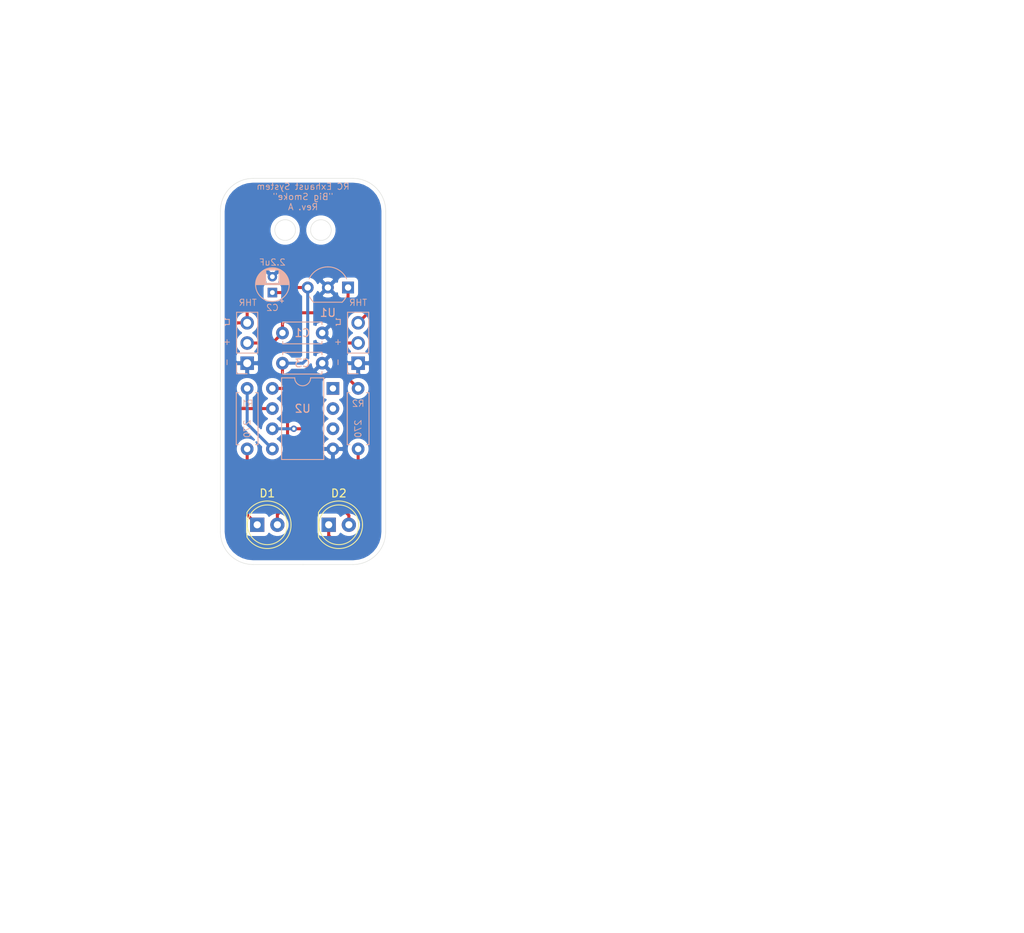
<source format=kicad_pcb>
(kicad_pcb (version 20171130) (host pcbnew "(5.1.8)-1")

  (general
    (thickness 1.6)
    (drawings 40)
    (tracks 60)
    (zones 0)
    (modules 11)
    (nets 9)
  )

  (page A4)
  (layers
    (0 F.Cu signal)
    (31 B.Cu signal)
    (32 B.Adhes user)
    (33 F.Adhes user)
    (34 B.Paste user)
    (35 F.Paste user)
    (36 B.SilkS user)
    (37 F.SilkS user)
    (38 B.Mask user)
    (39 F.Mask user)
    (40 Dwgs.User user)
    (41 Cmts.User user)
    (42 Eco1.User user)
    (43 Eco2.User user)
    (44 Edge.Cuts user)
    (45 Margin user)
    (46 B.CrtYd user)
    (47 F.CrtYd user)
    (48 B.Fab user)
    (49 F.Fab user)
  )

  (setup
    (last_trace_width 0.381)
    (trace_clearance 0.2)
    (zone_clearance 0.508)
    (zone_45_only no)
    (trace_min 0.2)
    (via_size 0.8)
    (via_drill 0.4)
    (via_min_size 0.4)
    (via_min_drill 0.3)
    (uvia_size 0.3)
    (uvia_drill 0.1)
    (uvias_allowed no)
    (uvia_min_size 0.2)
    (uvia_min_drill 0.1)
    (edge_width 0.05)
    (segment_width 0.2)
    (pcb_text_width 0.3)
    (pcb_text_size 1.5 1.5)
    (mod_edge_width 0.12)
    (mod_text_size 1 1)
    (mod_text_width 0.15)
    (pad_size 1.524 1.524)
    (pad_drill 0.762)
    (pad_to_mask_clearance 0)
    (aux_axis_origin 0 0)
    (visible_elements 7FFFFFFF)
    (pcbplotparams
      (layerselection 0x011fc_ffffffff)
      (usegerberextensions true)
      (usegerberattributes false)
      (usegerberadvancedattributes false)
      (creategerberjobfile false)
      (excludeedgelayer true)
      (linewidth 0.100000)
      (plotframeref false)
      (viasonmask false)
      (mode 1)
      (useauxorigin false)
      (hpglpennumber 1)
      (hpglpenspeed 20)
      (hpglpendiameter 15.000000)
      (psnegative false)
      (psa4output false)
      (plotreference true)
      (plotvalue true)
      (plotinvisibletext false)
      (padsonsilk false)
      (subtractmaskfromsilk false)
      (outputformat 1)
      (mirror false)
      (drillshape 0)
      (scaleselection 1)
      (outputdirectory "export/"))
  )

  (net 0 "")
  (net 1 +5V)
  (net 2 GND)
  (net 3 VCC)
  (net 4 THR)
  (net 5 "Net-(R1-Pad2)")
  (net 6 "Net-(R2-Pad2)")
  (net 7 "Net-(D1-Pad1)")
  (net 8 "Net-(D2-Pad1)")

  (net_class Default "This is the default net class."
    (clearance 0.2)
    (trace_width 0.381)
    (via_dia 0.8)
    (via_drill 0.4)
    (uvia_dia 0.3)
    (uvia_drill 0.1)
    (add_net +5V)
    (add_net GND)
    (add_net "Net-(D1-Pad1)")
    (add_net "Net-(D2-Pad1)")
    (add_net "Net-(R1-Pad2)")
    (add_net "Net-(R2-Pad2)")
    (add_net THR)
    (add_net VCC)
  )

  (net_class BEC ""
    (clearance 0.2)
    (trace_width 0.5)
    (via_dia 0.8)
    (via_drill 0.4)
    (uvia_dia 0.3)
    (uvia_drill 0.1)
  )

  (net_class Power ""
    (clearance 0.2)
    (trace_width 0.381)
    (via_dia 0.9)
    (via_drill 0.4)
    (uvia_dia 0.3)
    (uvia_drill 0.1)
  )

  (module Capacitor_THT:C_Disc_D4.7mm_W2.5mm_P5.00mm (layer B.Cu) (tedit 5AE50EF0) (tstamp 64EAE58F)
    (at 78.105 93.345)
    (descr "C, Disc series, Radial, pin pitch=5.00mm, , diameter*width=4.7*2.5mm^2, Capacitor, http://www.vishay.com/docs/45233/krseries.pdf")
    (tags "C Disc series Radial pin pitch 5.00mm  diameter 4.7mm width 2.5mm Capacitor")
    (path /64EB0385)
    (fp_text reference C1 (at 2.5 0) (layer B.SilkS)
      (effects (font (size 1 1) (thickness 0.15)) (justify mirror))
    )
    (fp_text value 100nF (at 2.5 -2.5) (layer B.Fab)
      (effects (font (size 1 1) (thickness 0.15)) (justify mirror))
    )
    (fp_line (start 6.05 1.5) (end -1.05 1.5) (layer B.CrtYd) (width 0.05))
    (fp_line (start 6.05 -1.5) (end 6.05 1.5) (layer B.CrtYd) (width 0.05))
    (fp_line (start -1.05 -1.5) (end 6.05 -1.5) (layer B.CrtYd) (width 0.05))
    (fp_line (start -1.05 1.5) (end -1.05 -1.5) (layer B.CrtYd) (width 0.05))
    (fp_line (start 4.97 -1.055) (end 4.97 -1.37) (layer B.SilkS) (width 0.12))
    (fp_line (start 4.97 1.37) (end 4.97 1.055) (layer B.SilkS) (width 0.12))
    (fp_line (start 0.03 -1.055) (end 0.03 -1.37) (layer B.SilkS) (width 0.12))
    (fp_line (start 0.03 1.37) (end 0.03 1.055) (layer B.SilkS) (width 0.12))
    (fp_line (start 0.03 -1.37) (end 4.97 -1.37) (layer B.SilkS) (width 0.12))
    (fp_line (start 0.03 1.37) (end 4.97 1.37) (layer B.SilkS) (width 0.12))
    (fp_line (start 4.85 1.25) (end 0.15 1.25) (layer B.Fab) (width 0.1))
    (fp_line (start 4.85 -1.25) (end 4.85 1.25) (layer B.Fab) (width 0.1))
    (fp_line (start 0.15 -1.25) (end 4.85 -1.25) (layer B.Fab) (width 0.1))
    (fp_line (start 0.15 1.25) (end 0.15 -1.25) (layer B.Fab) (width 0.1))
    (fp_text user %R (at 2.5 0) (layer B.Fab)
      (effects (font (size 0.94 0.94) (thickness 0.141)) (justify mirror))
    )
    (pad 1 thru_hole circle (at 0 0) (size 1.6 1.6) (drill 0.8) (layers *.Cu *.Mask)
      (net 3 VCC))
    (pad 2 thru_hole circle (at 5 0) (size 1.6 1.6) (drill 0.8) (layers *.Cu *.Mask)
      (net 2 GND))
    (model ${KISYS3DMOD}/Capacitor_THT.3dshapes/C_Disc_D4.7mm_W2.5mm_P5.00mm.wrl
      (at (xyz 0 0 0))
      (scale (xyz 1 1 1))
      (rotate (xyz 0 0 0))
    )
  )

  (module Capacitor_THT:C_Disc_D4.7mm_W2.5mm_P5.00mm (layer B.Cu) (tedit 5AE50EF0) (tstamp 64EAE5A4)
    (at 78.105 97.155)
    (descr "C, Disc series, Radial, pin pitch=5.00mm, , diameter*width=4.7*2.5mm^2, Capacitor, http://www.vishay.com/docs/45233/krseries.pdf")
    (tags "C Disc series Radial pin pitch 5.00mm  diameter 4.7mm width 2.5mm Capacitor")
    (path /64EE97D5)
    (fp_text reference C3 (at 2.5 0) (layer B.SilkS)
      (effects (font (size 1 1) (thickness 0.15)) (justify mirror))
    )
    (fp_text value 100nF (at 2.5 -2.5) (layer B.Fab)
      (effects (font (size 1 1) (thickness 0.15)) (justify mirror))
    )
    (fp_line (start 0.15 1.25) (end 0.15 -1.25) (layer B.Fab) (width 0.1))
    (fp_line (start 0.15 -1.25) (end 4.85 -1.25) (layer B.Fab) (width 0.1))
    (fp_line (start 4.85 -1.25) (end 4.85 1.25) (layer B.Fab) (width 0.1))
    (fp_line (start 4.85 1.25) (end 0.15 1.25) (layer B.Fab) (width 0.1))
    (fp_line (start 0.03 1.37) (end 4.97 1.37) (layer B.SilkS) (width 0.12))
    (fp_line (start 0.03 -1.37) (end 4.97 -1.37) (layer B.SilkS) (width 0.12))
    (fp_line (start 0.03 1.37) (end 0.03 1.055) (layer B.SilkS) (width 0.12))
    (fp_line (start 0.03 -1.055) (end 0.03 -1.37) (layer B.SilkS) (width 0.12))
    (fp_line (start 4.97 1.37) (end 4.97 1.055) (layer B.SilkS) (width 0.12))
    (fp_line (start 4.97 -1.055) (end 4.97 -1.37) (layer B.SilkS) (width 0.12))
    (fp_line (start -1.05 1.5) (end -1.05 -1.5) (layer B.CrtYd) (width 0.05))
    (fp_line (start -1.05 -1.5) (end 6.05 -1.5) (layer B.CrtYd) (width 0.05))
    (fp_line (start 6.05 -1.5) (end 6.05 1.5) (layer B.CrtYd) (width 0.05))
    (fp_line (start 6.05 1.5) (end -1.05 1.5) (layer B.CrtYd) (width 0.05))
    (fp_text user %R (at 2.5 0) (layer B.Fab)
      (effects (font (size 0.94 0.94) (thickness 0.141)) (justify mirror))
    )
    (pad 2 thru_hole circle (at 5 0) (size 1.6 1.6) (drill 0.8) (layers *.Cu *.Mask)
      (net 2 GND))
    (pad 1 thru_hole circle (at 0 0) (size 1.6 1.6) (drill 0.8) (layers *.Cu *.Mask)
      (net 1 +5V))
    (model ${KISYS3DMOD}/Capacitor_THT.3dshapes/C_Disc_D4.7mm_W2.5mm_P5.00mm.wrl
      (at (xyz 0 0 0))
      (scale (xyz 1 1 1))
      (rotate (xyz 0 0 0))
    )
  )

  (module resistor:R_Axial_DIN0207_L6.3mm_D2.5mm_P7.62mm_Horizontal (layer B.Cu) (tedit 62698003) (tstamp 64EE9ACE)
    (at 73.66 107.95 90)
    (descr "Resistor, Axial_DIN0207 series, Axial, Horizontal, pin pitch=7.62mm, 0.25W = 1/4W, length*diameter=6.3*2.5mm^2, http://cdn-reichelt.de/documents/datenblatt/B400/1_4W%23YAG.pdf")
    (tags "Resistor Axial_DIN0207 series Axial Horizontal pin pitch 7.62mm 0.25W = 1/4W length 6.3mm diameter 2.5mm")
    (path /64ECF255)
    (fp_text reference R1 (at 5.715 0 180) (layer B.SilkS)
      (effects (font (size 0.8 0.8) (thickness 0.1)) (justify mirror))
    )
    (fp_text value 270 (at 2.54 0 90) (layer B.SilkS)
      (effects (font (size 0.8 0.8) (thickness 0.1)) (justify mirror))
    )
    (fp_line (start 0.66 1.25) (end 0.66 -1.25) (layer B.Fab) (width 0.1))
    (fp_line (start 0.66 -1.25) (end 6.96 -1.25) (layer B.Fab) (width 0.1))
    (fp_line (start 6.96 -1.25) (end 6.96 1.25) (layer B.Fab) (width 0.1))
    (fp_line (start 6.96 1.25) (end 0.66 1.25) (layer B.Fab) (width 0.1))
    (fp_line (start 0 0) (end 0.66 0) (layer B.Fab) (width 0.1))
    (fp_line (start 7.62 0) (end 6.96 0) (layer B.Fab) (width 0.1))
    (fp_line (start 0.54 1.04) (end 0.54 1.37) (layer B.SilkS) (width 0.12))
    (fp_line (start 0.54 1.37) (end 7.08 1.37) (layer B.SilkS) (width 0.12))
    (fp_line (start 7.08 1.37) (end 7.08 1.04) (layer B.SilkS) (width 0.12))
    (fp_line (start 0.54 -1.04) (end 0.54 -1.37) (layer B.SilkS) (width 0.12))
    (fp_line (start 0.54 -1.37) (end 7.08 -1.37) (layer B.SilkS) (width 0.12))
    (fp_line (start 7.08 -1.37) (end 7.08 -1.04) (layer B.SilkS) (width 0.12))
    (fp_line (start -1.05 1.5) (end -1.05 -1.5) (layer B.CrtYd) (width 0.05))
    (fp_line (start -1.05 -1.5) (end 8.67 -1.5) (layer B.CrtYd) (width 0.05))
    (fp_line (start 8.67 -1.5) (end 8.67 1.5) (layer B.CrtYd) (width 0.05))
    (fp_line (start 8.67 1.5) (end -1.05 1.5) (layer B.CrtYd) (width 0.05))
    (fp_text user %R (at 5.715 0 180) (layer B.Fab)
      (effects (font (size 0.8 0.8) (thickness 0.1)) (justify mirror))
    )
    (pad 1 thru_hole circle (at 0 0 90) (size 1.6 1.6) (drill 0.8) (layers *.Cu *.Mask)
      (net 7 "Net-(D1-Pad1)"))
    (pad 2 thru_hole oval (at 7.62 0 90) (size 1.6 1.6) (drill 0.8) (layers *.Cu *.Mask)
      (net 5 "Net-(R1-Pad2)"))
    (model ${KISYS3DMOD}/Resistor_THT.3dshapes/R_Axial_DIN0207_L6.3mm_D2.5mm_P7.62mm_Horizontal.wrl
      (at (xyz 0 0 0))
      (scale (xyz 1 1 1))
      (rotate (xyz 0 0 0))
    )
  )

  (module resistor:R_Axial_DIN0207_L6.3mm_D2.5mm_P7.62mm_Horizontal (layer B.Cu) (tedit 62698003) (tstamp 64EAE5D2)
    (at 87.63 107.95 90)
    (descr "Resistor, Axial_DIN0207 series, Axial, Horizontal, pin pitch=7.62mm, 0.25W = 1/4W, length*diameter=6.3*2.5mm^2, http://cdn-reichelt.de/documents/datenblatt/B400/1_4W%23YAG.pdf")
    (tags "Resistor Axial_DIN0207 series Axial Horizontal pin pitch 7.62mm 0.25W = 1/4W length 6.3mm diameter 2.5mm")
    (path /64ED38BC)
    (fp_text reference R2 (at 5.715 0 180) (layer B.SilkS)
      (effects (font (size 0.8 0.8) (thickness 0.1)) (justify mirror))
    )
    (fp_text value 270 (at 2.54 0 90) (layer B.SilkS)
      (effects (font (size 0.8 0.8) (thickness 0.1)) (justify mirror))
    )
    (fp_line (start 8.67 1.5) (end -1.05 1.5) (layer B.CrtYd) (width 0.05))
    (fp_line (start 8.67 -1.5) (end 8.67 1.5) (layer B.CrtYd) (width 0.05))
    (fp_line (start -1.05 -1.5) (end 8.67 -1.5) (layer B.CrtYd) (width 0.05))
    (fp_line (start -1.05 1.5) (end -1.05 -1.5) (layer B.CrtYd) (width 0.05))
    (fp_line (start 7.08 -1.37) (end 7.08 -1.04) (layer B.SilkS) (width 0.12))
    (fp_line (start 0.54 -1.37) (end 7.08 -1.37) (layer B.SilkS) (width 0.12))
    (fp_line (start 0.54 -1.04) (end 0.54 -1.37) (layer B.SilkS) (width 0.12))
    (fp_line (start 7.08 1.37) (end 7.08 1.04) (layer B.SilkS) (width 0.12))
    (fp_line (start 0.54 1.37) (end 7.08 1.37) (layer B.SilkS) (width 0.12))
    (fp_line (start 0.54 1.04) (end 0.54 1.37) (layer B.SilkS) (width 0.12))
    (fp_line (start 7.62 0) (end 6.96 0) (layer B.Fab) (width 0.1))
    (fp_line (start 0 0) (end 0.66 0) (layer B.Fab) (width 0.1))
    (fp_line (start 6.96 1.25) (end 0.66 1.25) (layer B.Fab) (width 0.1))
    (fp_line (start 6.96 -1.25) (end 6.96 1.25) (layer B.Fab) (width 0.1))
    (fp_line (start 0.66 -1.25) (end 6.96 -1.25) (layer B.Fab) (width 0.1))
    (fp_line (start 0.66 1.25) (end 0.66 -1.25) (layer B.Fab) (width 0.1))
    (fp_text user %R (at 5.715 0 180) (layer B.Fab)
      (effects (font (size 0.8 0.8) (thickness 0.1)) (justify mirror))
    )
    (pad 2 thru_hole oval (at 7.62 0 90) (size 1.6 1.6) (drill 0.8) (layers *.Cu *.Mask)
      (net 6 "Net-(R2-Pad2)"))
    (pad 1 thru_hole circle (at 0 0 90) (size 1.6 1.6) (drill 0.8) (layers *.Cu *.Mask)
      (net 8 "Net-(D2-Pad1)"))
    (model ${KISYS3DMOD}/Resistor_THT.3dshapes/R_Axial_DIN0207_L6.3mm_D2.5mm_P7.62mm_Horizontal.wrl
      (at (xyz 0 0 0))
      (scale (xyz 1 1 1))
      (rotate (xyz 0 0 0))
    )
  )

  (module Connector_PinHeader_2.54mm:PinHeader_1x03_P2.54mm_Vertical (layer B.Cu) (tedit 59FED5CC) (tstamp 64EE8FC0)
    (at 87.63 97.155)
    (descr "Through hole straight pin header, 1x03, 2.54mm pitch, single row")
    (tags "Through hole pin header THT 1x03 2.54mm single row")
    (path /64E92EE9)
    (fp_text reference J6 (at 0 2.33) (layer B.SilkS) hide
      (effects (font (size 0.8 0.8) (thickness 0.1)) (justify mirror))
    )
    (fp_text value THR_Y (at 0 -7.41) (layer B.Fab)
      (effects (font (size 0.8 0.8) (thickness 0.1)) (justify mirror))
    )
    (fp_line (start 1.8 1.8) (end -1.8 1.8) (layer B.CrtYd) (width 0.05))
    (fp_line (start 1.8 -6.85) (end 1.8 1.8) (layer B.CrtYd) (width 0.05))
    (fp_line (start -1.8 -6.85) (end 1.8 -6.85) (layer B.CrtYd) (width 0.05))
    (fp_line (start -1.8 1.8) (end -1.8 -6.85) (layer B.CrtYd) (width 0.05))
    (fp_line (start -1.33 1.33) (end 0 1.33) (layer B.SilkS) (width 0.12))
    (fp_line (start -1.33 0) (end -1.33 1.33) (layer B.SilkS) (width 0.12))
    (fp_line (start -1.33 -1.27) (end 1.33 -1.27) (layer B.SilkS) (width 0.12))
    (fp_line (start 1.33 -1.27) (end 1.33 -6.41) (layer B.SilkS) (width 0.12))
    (fp_line (start -1.33 -1.27) (end -1.33 -6.41) (layer B.SilkS) (width 0.12))
    (fp_line (start -1.33 -6.41) (end 1.33 -6.41) (layer B.SilkS) (width 0.12))
    (fp_line (start -1.27 0.635) (end -0.635 1.27) (layer B.Fab) (width 0.1))
    (fp_line (start -1.27 -6.35) (end -1.27 0.635) (layer B.Fab) (width 0.1))
    (fp_line (start 1.27 -6.35) (end -1.27 -6.35) (layer B.Fab) (width 0.1))
    (fp_line (start 1.27 1.27) (end 1.27 -6.35) (layer B.Fab) (width 0.1))
    (fp_line (start -0.635 1.27) (end 1.27 1.27) (layer B.Fab) (width 0.1))
    (fp_text user %R (at 0 -2.54 -90) (layer B.Fab)
      (effects (font (size 0.8 0.8) (thickness 0.1)) (justify mirror))
    )
    (pad 3 thru_hole oval (at 0 -5.08) (size 1.7 1.7) (drill 1) (layers *.Cu *.Mask)
      (net 4 THR))
    (pad 2 thru_hole oval (at 0 -2.54) (size 1.7 1.7) (drill 1) (layers *.Cu *.Mask)
      (net 3 VCC))
    (pad 1 thru_hole rect (at 0 0) (size 1.7 1.7) (drill 1) (layers *.Cu *.Mask)
      (net 2 GND))
    (model ${KISYS3DMOD}/Connector_PinHeader_2.54mm.3dshapes/PinHeader_1x03_P2.54mm_Vertical.wrl
      (at (xyz 0 0 0))
      (scale (xyz 1 1 1))
      (rotate (xyz 0 0 0))
    )
  )

  (module Package_DIP:DIP-8_W7.62mm (layer B.Cu) (tedit 5A02E8C5) (tstamp 64EA8671)
    (at 84.455 100.33 180)
    (descr "8-lead though-hole mounted DIP package, row spacing 7.62 mm (300 mils)")
    (tags "THT DIP DIL PDIP 2.54mm 7.62mm 300mil")
    (path /64EBDFCC)
    (fp_text reference U2 (at 3.81 -2.54) (layer B.SilkS)
      (effects (font (size 1 1) (thickness 0.15)) (justify mirror))
    )
    (fp_text value ATtiny85-20PU (at 3.81 -9.95) (layer B.Fab)
      (effects (font (size 1 1) (thickness 0.15)) (justify mirror))
    )
    (fp_line (start 1.635 1.27) (end 6.985 1.27) (layer B.Fab) (width 0.1))
    (fp_line (start 6.985 1.27) (end 6.985 -8.89) (layer B.Fab) (width 0.1))
    (fp_line (start 6.985 -8.89) (end 0.635 -8.89) (layer B.Fab) (width 0.1))
    (fp_line (start 0.635 -8.89) (end 0.635 0.27) (layer B.Fab) (width 0.1))
    (fp_line (start 0.635 0.27) (end 1.635 1.27) (layer B.Fab) (width 0.1))
    (fp_line (start 2.81 1.33) (end 1.16 1.33) (layer B.SilkS) (width 0.12))
    (fp_line (start 1.16 1.33) (end 1.16 -8.95) (layer B.SilkS) (width 0.12))
    (fp_line (start 1.16 -8.95) (end 6.46 -8.95) (layer B.SilkS) (width 0.12))
    (fp_line (start 6.46 -8.95) (end 6.46 1.33) (layer B.SilkS) (width 0.12))
    (fp_line (start 6.46 1.33) (end 4.81 1.33) (layer B.SilkS) (width 0.12))
    (fp_line (start -1.1 1.55) (end -1.1 -9.15) (layer B.CrtYd) (width 0.05))
    (fp_line (start -1.1 -9.15) (end 8.7 -9.15) (layer B.CrtYd) (width 0.05))
    (fp_line (start 8.7 -9.15) (end 8.7 1.55) (layer B.CrtYd) (width 0.05))
    (fp_line (start 8.7 1.55) (end -1.1 1.55) (layer B.CrtYd) (width 0.05))
    (fp_arc (start 3.81 1.33) (end 2.81 1.33) (angle 180) (layer B.SilkS) (width 0.12))
    (fp_text user %R (at 3.81 -3.81) (layer B.Fab)
      (effects (font (size 1 1) (thickness 0.15)) (justify mirror))
    )
    (pad 1 thru_hole rect (at 0 0 180) (size 1.6 1.6) (drill 0.8) (layers *.Cu *.Mask))
    (pad 5 thru_hole oval (at 7.62 -7.62 180) (size 1.6 1.6) (drill 0.8) (layers *.Cu *.Mask)
      (net 5 "Net-(R1-Pad2)"))
    (pad 2 thru_hole oval (at 0 -2.54 180) (size 1.6 1.6) (drill 0.8) (layers *.Cu *.Mask))
    (pad 6 thru_hole oval (at 7.62 -5.08 180) (size 1.6 1.6) (drill 0.8) (layers *.Cu *.Mask)
      (net 6 "Net-(R2-Pad2)"))
    (pad 3 thru_hole oval (at 0 -5.08 180) (size 1.6 1.6) (drill 0.8) (layers *.Cu *.Mask))
    (pad 7 thru_hole oval (at 7.62 -2.54 180) (size 1.6 1.6) (drill 0.8) (layers *.Cu *.Mask)
      (net 4 THR))
    (pad 4 thru_hole oval (at 0 -7.62 180) (size 1.6 1.6) (drill 0.8) (layers *.Cu *.Mask)
      (net 2 GND))
    (pad 8 thru_hole oval (at 7.62 0 180) (size 1.6 1.6) (drill 0.8) (layers *.Cu *.Mask)
      (net 1 +5V))
    (model ${KISYS3DMOD}/Package_DIP.3dshapes/DIP-8_W7.62mm.wrl
      (at (xyz 0 0 0))
      (scale (xyz 1 1 1))
      (rotate (xyz 0 0 0))
    )
  )

  (module Capacitor_THT:CP_Radial_D4.0mm_P2.00mm (layer B.Cu) (tedit 5AE50EF0) (tstamp 64EAE8E1)
    (at 76.835 88.265 90)
    (descr "CP, Radial series, Radial, pin pitch=2.00mm, , diameter=4mm, Electrolytic Capacitor")
    (tags "CP Radial series Radial pin pitch 2.00mm  diameter 4mm Electrolytic Capacitor")
    (path /64EB0B27)
    (fp_text reference C2 (at -1.905 0 180) (layer B.SilkS)
      (effects (font (size 0.8 0.8) (thickness 0.1)) (justify mirror))
    )
    (fp_text value 2.2uF (at 3.81 0 180) (layer B.SilkS)
      (effects (font (size 0.8 0.8) (thickness 0.1)) (justify mirror))
    )
    (fp_circle (center 1 0) (end 3 0) (layer B.Fab) (width 0.1))
    (fp_circle (center 1 0) (end 3.12 0) (layer B.SilkS) (width 0.12))
    (fp_circle (center 1 0) (end 3.25 0) (layer B.CrtYd) (width 0.05))
    (fp_line (start -0.702554 0.8675) (end -0.302554 0.8675) (layer B.Fab) (width 0.1))
    (fp_line (start -0.502554 1.0675) (end -0.502554 0.6675) (layer B.Fab) (width 0.1))
    (fp_line (start 1 2.08) (end 1 -2.08) (layer B.SilkS) (width 0.12))
    (fp_line (start 1.04 2.08) (end 1.04 -2.08) (layer B.SilkS) (width 0.12))
    (fp_line (start 1.08 2.079) (end 1.08 -2.079) (layer B.SilkS) (width 0.12))
    (fp_line (start 1.12 2.077) (end 1.12 -2.077) (layer B.SilkS) (width 0.12))
    (fp_line (start 1.16 2.074) (end 1.16 -2.074) (layer B.SilkS) (width 0.12))
    (fp_line (start 1.2 2.071) (end 1.2 0.84) (layer B.SilkS) (width 0.12))
    (fp_line (start 1.2 -0.84) (end 1.2 -2.071) (layer B.SilkS) (width 0.12))
    (fp_line (start 1.24 2.067) (end 1.24 0.84) (layer B.SilkS) (width 0.12))
    (fp_line (start 1.24 -0.84) (end 1.24 -2.067) (layer B.SilkS) (width 0.12))
    (fp_line (start 1.28 2.062) (end 1.28 0.84) (layer B.SilkS) (width 0.12))
    (fp_line (start 1.28 -0.84) (end 1.28 -2.062) (layer B.SilkS) (width 0.12))
    (fp_line (start 1.32 2.056) (end 1.32 0.84) (layer B.SilkS) (width 0.12))
    (fp_line (start 1.32 -0.84) (end 1.32 -2.056) (layer B.SilkS) (width 0.12))
    (fp_line (start 1.36 2.05) (end 1.36 0.84) (layer B.SilkS) (width 0.12))
    (fp_line (start 1.36 -0.84) (end 1.36 -2.05) (layer B.SilkS) (width 0.12))
    (fp_line (start 1.4 2.042) (end 1.4 0.84) (layer B.SilkS) (width 0.12))
    (fp_line (start 1.4 -0.84) (end 1.4 -2.042) (layer B.SilkS) (width 0.12))
    (fp_line (start 1.44 2.034) (end 1.44 0.84) (layer B.SilkS) (width 0.12))
    (fp_line (start 1.44 -0.84) (end 1.44 -2.034) (layer B.SilkS) (width 0.12))
    (fp_line (start 1.48 2.025) (end 1.48 0.84) (layer B.SilkS) (width 0.12))
    (fp_line (start 1.48 -0.84) (end 1.48 -2.025) (layer B.SilkS) (width 0.12))
    (fp_line (start 1.52 2.016) (end 1.52 0.84) (layer B.SilkS) (width 0.12))
    (fp_line (start 1.52 -0.84) (end 1.52 -2.016) (layer B.SilkS) (width 0.12))
    (fp_line (start 1.56 2.005) (end 1.56 0.84) (layer B.SilkS) (width 0.12))
    (fp_line (start 1.56 -0.84) (end 1.56 -2.005) (layer B.SilkS) (width 0.12))
    (fp_line (start 1.6 1.994) (end 1.6 0.84) (layer B.SilkS) (width 0.12))
    (fp_line (start 1.6 -0.84) (end 1.6 -1.994) (layer B.SilkS) (width 0.12))
    (fp_line (start 1.64 1.982) (end 1.64 0.84) (layer B.SilkS) (width 0.12))
    (fp_line (start 1.64 -0.84) (end 1.64 -1.982) (layer B.SilkS) (width 0.12))
    (fp_line (start 1.68 1.968) (end 1.68 0.84) (layer B.SilkS) (width 0.12))
    (fp_line (start 1.68 -0.84) (end 1.68 -1.968) (layer B.SilkS) (width 0.12))
    (fp_line (start 1.721 1.954) (end 1.721 0.84) (layer B.SilkS) (width 0.12))
    (fp_line (start 1.721 -0.84) (end 1.721 -1.954) (layer B.SilkS) (width 0.12))
    (fp_line (start 1.761 1.94) (end 1.761 0.84) (layer B.SilkS) (width 0.12))
    (fp_line (start 1.761 -0.84) (end 1.761 -1.94) (layer B.SilkS) (width 0.12))
    (fp_line (start 1.801 1.924) (end 1.801 0.84) (layer B.SilkS) (width 0.12))
    (fp_line (start 1.801 -0.84) (end 1.801 -1.924) (layer B.SilkS) (width 0.12))
    (fp_line (start 1.841 1.907) (end 1.841 0.84) (layer B.SilkS) (width 0.12))
    (fp_line (start 1.841 -0.84) (end 1.841 -1.907) (layer B.SilkS) (width 0.12))
    (fp_line (start 1.881 1.889) (end 1.881 0.84) (layer B.SilkS) (width 0.12))
    (fp_line (start 1.881 -0.84) (end 1.881 -1.889) (layer B.SilkS) (width 0.12))
    (fp_line (start 1.921 1.87) (end 1.921 0.84) (layer B.SilkS) (width 0.12))
    (fp_line (start 1.921 -0.84) (end 1.921 -1.87) (layer B.SilkS) (width 0.12))
    (fp_line (start 1.961 1.851) (end 1.961 0.84) (layer B.SilkS) (width 0.12))
    (fp_line (start 1.961 -0.84) (end 1.961 -1.851) (layer B.SilkS) (width 0.12))
    (fp_line (start 2.001 1.83) (end 2.001 0.84) (layer B.SilkS) (width 0.12))
    (fp_line (start 2.001 -0.84) (end 2.001 -1.83) (layer B.SilkS) (width 0.12))
    (fp_line (start 2.041 1.808) (end 2.041 0.84) (layer B.SilkS) (width 0.12))
    (fp_line (start 2.041 -0.84) (end 2.041 -1.808) (layer B.SilkS) (width 0.12))
    (fp_line (start 2.081 1.785) (end 2.081 0.84) (layer B.SilkS) (width 0.12))
    (fp_line (start 2.081 -0.84) (end 2.081 -1.785) (layer B.SilkS) (width 0.12))
    (fp_line (start 2.121 1.76) (end 2.121 0.84) (layer B.SilkS) (width 0.12))
    (fp_line (start 2.121 -0.84) (end 2.121 -1.76) (layer B.SilkS) (width 0.12))
    (fp_line (start 2.161 1.735) (end 2.161 0.84) (layer B.SilkS) (width 0.12))
    (fp_line (start 2.161 -0.84) (end 2.161 -1.735) (layer B.SilkS) (width 0.12))
    (fp_line (start 2.201 1.708) (end 2.201 0.84) (layer B.SilkS) (width 0.12))
    (fp_line (start 2.201 -0.84) (end 2.201 -1.708) (layer B.SilkS) (width 0.12))
    (fp_line (start 2.241 1.68) (end 2.241 0.84) (layer B.SilkS) (width 0.12))
    (fp_line (start 2.241 -0.84) (end 2.241 -1.68) (layer B.SilkS) (width 0.12))
    (fp_line (start 2.281 1.65) (end 2.281 0.84) (layer B.SilkS) (width 0.12))
    (fp_line (start 2.281 -0.84) (end 2.281 -1.65) (layer B.SilkS) (width 0.12))
    (fp_line (start 2.321 1.619) (end 2.321 0.84) (layer B.SilkS) (width 0.12))
    (fp_line (start 2.321 -0.84) (end 2.321 -1.619) (layer B.SilkS) (width 0.12))
    (fp_line (start 2.361 1.587) (end 2.361 0.84) (layer B.SilkS) (width 0.12))
    (fp_line (start 2.361 -0.84) (end 2.361 -1.587) (layer B.SilkS) (width 0.12))
    (fp_line (start 2.401 1.552) (end 2.401 0.84) (layer B.SilkS) (width 0.12))
    (fp_line (start 2.401 -0.84) (end 2.401 -1.552) (layer B.SilkS) (width 0.12))
    (fp_line (start 2.441 1.516) (end 2.441 0.84) (layer B.SilkS) (width 0.12))
    (fp_line (start 2.441 -0.84) (end 2.441 -1.516) (layer B.SilkS) (width 0.12))
    (fp_line (start 2.481 1.478) (end 2.481 0.84) (layer B.SilkS) (width 0.12))
    (fp_line (start 2.481 -0.84) (end 2.481 -1.478) (layer B.SilkS) (width 0.12))
    (fp_line (start 2.521 1.438) (end 2.521 0.84) (layer B.SilkS) (width 0.12))
    (fp_line (start 2.521 -0.84) (end 2.521 -1.438) (layer B.SilkS) (width 0.12))
    (fp_line (start 2.561 1.396) (end 2.561 0.84) (layer B.SilkS) (width 0.12))
    (fp_line (start 2.561 -0.84) (end 2.561 -1.396) (layer B.SilkS) (width 0.12))
    (fp_line (start 2.601 1.351) (end 2.601 0.84) (layer B.SilkS) (width 0.12))
    (fp_line (start 2.601 -0.84) (end 2.601 -1.351) (layer B.SilkS) (width 0.12))
    (fp_line (start 2.641 1.304) (end 2.641 0.84) (layer B.SilkS) (width 0.12))
    (fp_line (start 2.641 -0.84) (end 2.641 -1.304) (layer B.SilkS) (width 0.12))
    (fp_line (start 2.681 1.254) (end 2.681 0.84) (layer B.SilkS) (width 0.12))
    (fp_line (start 2.681 -0.84) (end 2.681 -1.254) (layer B.SilkS) (width 0.12))
    (fp_line (start 2.721 1.2) (end 2.721 0.84) (layer B.SilkS) (width 0.12))
    (fp_line (start 2.721 -0.84) (end 2.721 -1.2) (layer B.SilkS) (width 0.12))
    (fp_line (start 2.761 1.142) (end 2.761 0.84) (layer B.SilkS) (width 0.12))
    (fp_line (start 2.761 -0.84) (end 2.761 -1.142) (layer B.SilkS) (width 0.12))
    (fp_line (start 2.801 1.08) (end 2.801 0.84) (layer B.SilkS) (width 0.12))
    (fp_line (start 2.801 -0.84) (end 2.801 -1.08) (layer B.SilkS) (width 0.12))
    (fp_line (start 2.841 1.013) (end 2.841 -1.013) (layer B.SilkS) (width 0.12))
    (fp_line (start 2.881 0.94) (end 2.881 -0.94) (layer B.SilkS) (width 0.12))
    (fp_line (start 2.921 0.859) (end 2.921 -0.859) (layer B.SilkS) (width 0.12))
    (fp_line (start 2.961 0.768) (end 2.961 -0.768) (layer B.SilkS) (width 0.12))
    (fp_line (start 3.001 0.664) (end 3.001 -0.664) (layer B.SilkS) (width 0.12))
    (fp_line (start 3.041 0.537) (end 3.041 -0.537) (layer B.SilkS) (width 0.12))
    (fp_line (start 3.081 0.37) (end 3.081 -0.37) (layer B.SilkS) (width 0.12))
    (fp_line (start -1.269801 1.195) (end -0.869801 1.195) (layer B.SilkS) (width 0.12))
    (fp_line (start -1.069801 1.395) (end -1.069801 0.995) (layer B.SilkS) (width 0.12))
    (fp_text user %R (at 1 0 90) (layer B.Fab)
      (effects (font (size 0.8 0.8) (thickness 0.12)) (justify mirror))
    )
    (pad 1 thru_hole rect (at 0 0 90) (size 1.2 1.2) (drill 0.6) (layers *.Cu *.Mask)
      (net 1 +5V))
    (pad 2 thru_hole circle (at 2 0 90) (size 1.2 1.2) (drill 0.6) (layers *.Cu *.Mask)
      (net 2 GND))
    (model ${KISYS3DMOD}/Capacitor_THT.3dshapes/CP_Radial_D4.0mm_P2.00mm.wrl
      (at (xyz 0 0 0))
      (scale (xyz 1 1 1))
      (rotate (xyz 0 0 0))
    )
  )

  (module LED_THT:LED_D5.0mm (layer F.Cu) (tedit 5995936A) (tstamp 64EAE8F3)
    (at 74.922 117.496)
    (descr "LED, diameter 5.0mm, 2 pins, http://cdn-reichelt.de/documents/datenblatt/A500/LL-504BC2E-009.pdf")
    (tags "LED diameter 5.0mm 2 pins")
    (path /64ECA3F7)
    (fp_text reference D1 (at 1.27 -3.96) (layer F.SilkS)
      (effects (font (size 1 1) (thickness 0.15)))
    )
    (fp_text value LED (at 1.27 3.96) (layer F.Fab)
      (effects (font (size 1 1) (thickness 0.15)))
    )
    (fp_circle (center 1.27 0) (end 3.77 0) (layer F.Fab) (width 0.1))
    (fp_circle (center 1.27 0) (end 3.77 0) (layer F.SilkS) (width 0.12))
    (fp_line (start -1.23 -1.469694) (end -1.23 1.469694) (layer F.Fab) (width 0.1))
    (fp_line (start -1.29 -1.545) (end -1.29 1.545) (layer F.SilkS) (width 0.12))
    (fp_line (start -1.95 -3.25) (end -1.95 3.25) (layer F.CrtYd) (width 0.05))
    (fp_line (start -1.95 3.25) (end 4.5 3.25) (layer F.CrtYd) (width 0.05))
    (fp_line (start 4.5 3.25) (end 4.5 -3.25) (layer F.CrtYd) (width 0.05))
    (fp_line (start 4.5 -3.25) (end -1.95 -3.25) (layer F.CrtYd) (width 0.05))
    (fp_arc (start 1.27 0) (end -1.23 -1.469694) (angle 299.1) (layer F.Fab) (width 0.1))
    (fp_arc (start 1.27 0) (end -1.29 -1.54483) (angle 148.9) (layer F.SilkS) (width 0.12))
    (fp_arc (start 1.27 0) (end -1.29 1.54483) (angle -148.9) (layer F.SilkS) (width 0.12))
    (fp_text user %R (at 1.25 0) (layer F.Fab)
      (effects (font (size 0.8 0.8) (thickness 0.2)))
    )
    (pad 1 thru_hole rect (at 0 0) (size 1.8 1.8) (drill 0.9) (layers *.Cu *.Mask)
      (net 7 "Net-(D1-Pad1)"))
    (pad 2 thru_hole circle (at 2.54 0) (size 1.8 1.8) (drill 0.9) (layers *.Cu *.Mask)
      (net 1 +5V))
    (model ${KISYS3DMOD}/LED_THT.3dshapes/LED_D5.0mm.wrl
      (at (xyz 0 0 0))
      (scale (xyz 1 1 1))
      (rotate (xyz 0 0 0))
    )
  )

  (module LED_THT:LED_D5.0mm (layer F.Cu) (tedit 5995936A) (tstamp 64EAE905)
    (at 83.922 117.496)
    (descr "LED, diameter 5.0mm, 2 pins, http://cdn-reichelt.de/documents/datenblatt/A500/LL-504BC2E-009.pdf")
    (tags "LED diameter 5.0mm 2 pins")
    (path /64ECB3AD)
    (fp_text reference D2 (at 1.27 -3.96) (layer F.SilkS)
      (effects (font (size 1 1) (thickness 0.15)))
    )
    (fp_text value LED (at 1.27 3.96) (layer F.Fab)
      (effects (font (size 1 1) (thickness 0.15)))
    )
    (fp_line (start 4.5 -3.25) (end -1.95 -3.25) (layer F.CrtYd) (width 0.05))
    (fp_line (start 4.5 3.25) (end 4.5 -3.25) (layer F.CrtYd) (width 0.05))
    (fp_line (start -1.95 3.25) (end 4.5 3.25) (layer F.CrtYd) (width 0.05))
    (fp_line (start -1.95 -3.25) (end -1.95 3.25) (layer F.CrtYd) (width 0.05))
    (fp_line (start -1.29 -1.545) (end -1.29 1.545) (layer F.SilkS) (width 0.12))
    (fp_line (start -1.23 -1.469694) (end -1.23 1.469694) (layer F.Fab) (width 0.1))
    (fp_circle (center 1.27 0) (end 3.77 0) (layer F.SilkS) (width 0.12))
    (fp_circle (center 1.27 0) (end 3.77 0) (layer F.Fab) (width 0.1))
    (fp_text user %R (at 1.25 0) (layer F.Fab)
      (effects (font (size 0.8 0.8) (thickness 0.2)))
    )
    (fp_arc (start 1.27 0) (end -1.29 1.54483) (angle -148.9) (layer F.SilkS) (width 0.12))
    (fp_arc (start 1.27 0) (end -1.29 -1.54483) (angle 148.9) (layer F.SilkS) (width 0.12))
    (fp_arc (start 1.27 0) (end -1.23 -1.469694) (angle 299.1) (layer F.Fab) (width 0.1))
    (pad 2 thru_hole circle (at 2.54 0) (size 1.8 1.8) (drill 0.9) (layers *.Cu *.Mask)
      (net 1 +5V))
    (pad 1 thru_hole rect (at 0 0) (size 1.8 1.8) (drill 0.9) (layers *.Cu *.Mask)
      (net 8 "Net-(D2-Pad1)"))
    (model ${KISYS3DMOD}/LED_THT.3dshapes/LED_D5.0mm.wrl
      (at (xyz 0 0 0))
      (scale (xyz 1 1 1))
      (rotate (xyz 0 0 0))
    )
  )

  (module Connector_PinHeader_2.54mm:PinHeader_1x03_P2.54mm_Vertical (layer B.Cu) (tedit 59FED5CC) (tstamp 64EE8F67)
    (at 73.66 97.155)
    (descr "Through hole straight pin header, 1x03, 2.54mm pitch, single row")
    (tags "Through hole pin header THT 1x03 2.54mm single row")
    (path /64E92EE3)
    (fp_text reference J5 (at 0 2.33) (layer B.SilkS) hide
      (effects (font (size 1 1) (thickness 0.15)) (justify mirror))
    )
    (fp_text value THR (at 0 -7.41) (layer B.Fab)
      (effects (font (size 1 1) (thickness 0.15)) (justify mirror))
    )
    (fp_line (start -0.635 1.27) (end 1.27 1.27) (layer B.Fab) (width 0.1))
    (fp_line (start 1.27 1.27) (end 1.27 -6.35) (layer B.Fab) (width 0.1))
    (fp_line (start 1.27 -6.35) (end -1.27 -6.35) (layer B.Fab) (width 0.1))
    (fp_line (start -1.27 -6.35) (end -1.27 0.635) (layer B.Fab) (width 0.1))
    (fp_line (start -1.27 0.635) (end -0.635 1.27) (layer B.Fab) (width 0.1))
    (fp_line (start -1.33 -6.41) (end 1.33 -6.41) (layer B.SilkS) (width 0.12))
    (fp_line (start -1.33 -1.27) (end -1.33 -6.41) (layer B.SilkS) (width 0.12))
    (fp_line (start 1.33 -1.27) (end 1.33 -6.41) (layer B.SilkS) (width 0.12))
    (fp_line (start -1.33 -1.27) (end 1.33 -1.27) (layer B.SilkS) (width 0.12))
    (fp_line (start -1.33 0) (end -1.33 1.33) (layer B.SilkS) (width 0.12))
    (fp_line (start -1.33 1.33) (end 0 1.33) (layer B.SilkS) (width 0.12))
    (fp_line (start -1.8 1.8) (end -1.8 -6.85) (layer B.CrtYd) (width 0.05))
    (fp_line (start -1.8 -6.85) (end 1.8 -6.85) (layer B.CrtYd) (width 0.05))
    (fp_line (start 1.8 -6.85) (end 1.8 1.8) (layer B.CrtYd) (width 0.05))
    (fp_line (start 1.8 1.8) (end -1.8 1.8) (layer B.CrtYd) (width 0.05))
    (fp_text user %R (at 0 -2.54 -90) (layer B.Fab)
      (effects (font (size 1 1) (thickness 0.15)) (justify mirror))
    )
    (pad 1 thru_hole rect (at 0 0) (size 1.7 1.7) (drill 1) (layers *.Cu *.Mask)
      (net 2 GND))
    (pad 2 thru_hole oval (at 0 -2.54) (size 1.7 1.7) (drill 1) (layers *.Cu *.Mask)
      (net 3 VCC))
    (pad 3 thru_hole oval (at 0 -5.08) (size 1.7 1.7) (drill 1) (layers *.Cu *.Mask)
      (net 4 THR))
    (model ${KISYS3DMOD}/Connector_PinHeader_2.54mm.3dshapes/PinHeader_1x03_P2.54mm_Vertical.wrl
      (at (xyz 0 0 0))
      (scale (xyz 1 1 1))
      (rotate (xyz 0 0 0))
    )
  )

  (module rc_light_system:L4931CZ50_TO-92_Inline_Wide (layer B.Cu) (tedit 64F0F8C7) (tstamp 64F15BD9)
    (at 81.28 87.63)
    (descr "TO-92 leads in-line, wide, drill 0.75mm (see NXP sot054_po.pdf)")
    (tags "to-92 sc-43 sc-43a sot54 PA33 transistor")
    (path /64EB39D5)
    (fp_text reference U1 (at 2.54 3.175) (layer B.SilkS)
      (effects (font (size 1 1) (thickness 0.15)) (justify mirror))
    )
    (fp_text value L4931CZ50 (at 2.54 -3.175) (layer B.Fab)
      (effects (font (size 0.8 0.8) (thickness 0.1)) (justify mirror))
    )
    (fp_line (start 4.34 1.85) (end 0.74 1.85) (layer B.SilkS) (width 0.12))
    (fp_line (start 4.28 1.75) (end 0.78 1.75) (layer B.Fab) (width 0.1))
    (fp_line (start 6.09 -2.73) (end -1.01 -2.73) (layer B.CrtYd) (width 0.05))
    (fp_line (start 6.09 -2.73) (end 6.09 2.01) (layer B.CrtYd) (width 0.05))
    (fp_line (start -1.01 2.01) (end -1.01 -2.73) (layer B.CrtYd) (width 0.05))
    (fp_line (start -1.01 2.01) (end 6.09 2.01) (layer B.CrtYd) (width 0.05))
    (fp_text user %R (at 2.54 0 -180) (layer B.Fab)
      (effects (font (size 1 1) (thickness 0.15)) (justify mirror))
    )
    (fp_arc (start 2.54 0) (end 4.34 1.85) (angle -20) (layer B.SilkS) (width 0.12))
    (fp_arc (start 2.54 0) (end 2.54 -2.6) (angle 65) (layer B.SilkS) (width 0.12))
    (fp_arc (start 2.54 0) (end 2.54 -2.6) (angle -65) (layer B.SilkS) (width 0.12))
    (fp_arc (start 2.54 0) (end 2.54 -2.48) (angle -135) (layer B.Fab) (width 0.1))
    (fp_arc (start 2.54 0) (end 2.54 -2.48) (angle 135) (layer B.Fab) (width 0.1))
    (fp_arc (start 2.54 0) (end 0.74 1.85) (angle 20) (layer B.SilkS) (width 0.12))
    (pad 2 thru_hole circle (at 2.54 0 180) (size 1.5 1.5) (drill 0.8) (layers *.Cu *.Mask)
      (net 2 GND))
    (pad 1 thru_hole circle (at 0 0 180) (size 1.5 1.5) (drill 0.8) (layers *.Cu *.Mask)
      (net 1 +5V))
    (pad 3 thru_hole rect (at 5.08 0 180) (size 1.5 1.5) (drill 0.8) (layers *.Cu *.Mask)
      (net 3 VCC))
    (model ${KISYS3DMOD}/Package_TO_SOT_THT.3dshapes/TO-92_Inline_Wide.wrl
      (offset (xyz 5 0 0))
      (scale (xyz 1 1 1))
      (rotate (xyz 0 0 180))
    )
  )

  (gr_text - (at 85.038 97.04 90) (layer B.SilkS) (tstamp 64EE910C)
    (effects (font (size 0.8 0.8) (thickness 0.1)) (justify mirror))
  )
  (gr_text + (at 85.038 94.5 90) (layer B.SilkS) (tstamp 64EE910B)
    (effects (font (size 0.8 0.8) (thickness 0.1)) (justify mirror))
  )
  (gr_line (start 85.3809 92.2775) (end 85.3809 91.6425) (layer B.SilkS) (width 0.12) (tstamp 64EE910A))
  (gr_line (start 84.8729 91.6425) (end 84.8729 91.5155) (layer B.SilkS) (width 0.12) (tstamp 64EE9109))
  (gr_line (start 84.8729 92.2775) (end 85.3809 92.2775) (layer B.SilkS) (width 0.12) (tstamp 64EE9108))
  (gr_line (start 85.3809 91.6425) (end 84.8729 91.6425) (layer B.SilkS) (width 0.12) (tstamp 64EE9107))
  (gr_line (start 84.8729 92.2775) (end 84.8729 92.4045) (layer B.SilkS) (width 0.12) (tstamp 64EE9106))
  (gr_arc (start 86.995 77.996) (end 91.095 77.996) (angle -90) (layer Edge.Cuts) (width 0.05) (tstamp 64EE7F01))
  (gr_arc (start 74.392 77.996) (end 74.392 73.896) (angle -90) (layer Edge.Cuts) (width 0.05) (tstamp 64EE7EF0))
  (gr_line (start 86.995 73.896) (end 74.392 73.896) (layer Edge.Cuts) (width 0.05) (tstamp 64EE7D9E))
  (gr_line (start 86.992 73.896) (end 86.992 110.5) (layer Dwgs.User) (width 0.05) (tstamp 64EE7D80))
  (gr_line (start 74.392 73.896) (end 74.392 110.5) (layer Dwgs.User) (width 0.05) (tstamp 64EE7D80))
  (gr_circle (center 85.192 117.496) (end 88.492 117.496) (layer Dwgs.User) (width 0.15) (tstamp 64EE7709))
  (gr_circle (center 76.192 117.496) (end 79.492 117.496) (layer Dwgs.User) (width 0.15))
  (gr_line (start 91.095 77.996) (end 91.092 118.396) (layer Edge.Cuts) (width 0.05) (tstamp 64EE76BE))
  (gr_arc (start 86.992 114.6) (end 91.092 114.6) (angle -90) (layer Dwgs.User) (width 0.05) (tstamp 64EE76BD))
  (gr_arc (start 86.992 118.396) (end 86.992 122.496) (angle -90) (layer Edge.Cuts) (width 0.05) (tstamp 64EE76BC))
  (gr_arc (start 74.392 118.396) (end 70.292 118.396) (angle -90) (layer Edge.Cuts) (width 0.05) (tstamp 64EE7693))
  (gr_arc (start 74.392 114.6) (end 74.392 110.5) (angle -90) (layer Dwgs.User) (width 0.05))
  (gr_line (start 70.292 118.396) (end 70.292 77.996) (layer Edge.Cuts) (width 0.05) (tstamp 64EE7601))
  (gr_line (start 85.192 122.496) (end 85.192 117.496) (layer Dwgs.User) (width 0.15) (tstamp 64EE7518))
  (gr_line (start 76.192 122.496) (end 76.192 117.496) (layer Dwgs.User) (width 0.15) (tstamp 64EE74F9))
  (gr_circle (center 82.942 80.396) (end 84.242 80.396) (layer Edge.Cuts) (width 0.05) (tstamp 64EE748E))
  (gr_circle (center 78.442 80.396) (end 79.742 80.396) (layer Edge.Cuts) (width 0.05))
  (gr_line (start 82.942 73.896) (end 82.942 80.396) (layer Dwgs.User) (width 0.15) (tstamp 64EE7403))
  (gr_line (start 80.692 122.496) (end 86.992 122.496) (layer Edge.Cuts) (width 0.05) (tstamp 64EE72FC))
  (gr_line (start 80.692 122.496) (end 74.392 122.496) (layer Edge.Cuts) (width 0.05) (tstamp 64EE72FB))
  (gr_line (start 78.442 73.896) (end 78.442 80.396) (layer Dwgs.User) (width 0.15) (tstamp 64EE72D1))
  (gr_line (start 80.692 73.896) (end 74.392 73.896) (layer Dwgs.User) (width 0.05) (tstamp 64EE72D1))
  (gr_line (start 80.692 73.896) (end 86.992 73.896) (layer Dwgs.User) (width 0.05))
  (gr_line (start 70.9029 92.2775) (end 71.4109 92.2775) (layer B.SilkS) (width 0.12) (tstamp 64E7D4A9))
  (gr_line (start 70.9029 92.2775) (end 70.9029 92.4045) (layer B.SilkS) (width 0.12) (tstamp 64E7D4A8))
  (gr_line (start 71.4109 92.2775) (end 71.4109 91.6425) (layer B.SilkS) (width 0.12) (tstamp 64E7D4A7))
  (gr_line (start 71.4109 91.6425) (end 70.9029 91.6425) (layer B.SilkS) (width 0.12) (tstamp 64E7D4A6))
  (gr_line (start 70.9029 91.6425) (end 70.9029 91.5155) (layer B.SilkS) (width 0.12) (tstamp 64E7D4A5))
  (gr_text + (at 71.068 94.5 90) (layer B.SilkS) (tstamp 64E7D4A4)
    (effects (font (size 0.8 0.8) (thickness 0.1)) (justify mirror))
  )
  (gr_text - (at 71.068 97.04 90) (layer B.SilkS) (tstamp 64E7D4A3)
    (effects (font (size 0.8 0.8) (thickness 0.1)) (justify mirror))
  )
  (gr_text THR (at 87.63 89.535) (layer B.SilkS) (tstamp 64E6B9D1)
    (effects (font (size 0.8 0.8) (thickness 0.1)) (justify mirror))
  )
  (gr_text THR (at 74.93 89.535) (layer B.SilkS) (tstamp 64E72E96)
    (effects (font (size 0.8 0.8) (thickness 0.1)) (justify left mirror))
  )
  (gr_text "RC Exhaust System\n\"Big Smoke\"\nRev. A" (at 80.692 76.2) (layer B.SilkS)
    (effects (font (size 0.8 0.8) (thickness 0.1)) (justify mirror))
  )

  (segment (start 81.28 87.63) (end 79.375 87.63) (width 0.381) (layer F.Cu) (net 1) (status 10))
  (segment (start 78.74 88.265) (end 76.835 88.265) (width 0.381) (layer F.Cu) (net 1) (status 20))
  (segment (start 79.375 87.63) (end 78.74 88.265) (width 0.381) (layer F.Cu) (net 1))
  (segment (start 86.462 117.496) (end 86.462 116.307) (width 0.381) (layer F.Cu) (net 1) (status 10))
  (segment (start 86.462 116.307) (end 85.725 115.57) (width 0.381) (layer F.Cu) (net 1))
  (segment (start 77.462 116.213) (end 77.462 117.496) (width 0.381) (layer F.Cu) (net 1) (status 20))
  (segment (start 78.105 115.57) (end 77.462 116.213) (width 0.381) (layer F.Cu) (net 1))
  (segment (start 81.28 87.63) (end 81.28 96.52) (width 0.381) (layer B.Cu) (net 1) (status 10))
  (segment (start 80.645 97.155) (end 78.105 97.155) (width 0.381) (layer B.Cu) (net 1) (status 20))
  (segment (start 81.28 96.52) (end 80.645 97.155) (width 0.381) (layer B.Cu) (net 1))
  (segment (start 78.105 100.33) (end 76.835 100.33) (width 0.381) (layer F.Cu) (net 1) (status 20))
  (segment (start 78.74 115.57) (end 78.105 115.57) (width 0.381) (layer F.Cu) (net 1))
  (segment (start 85.725 115.57) (end 78.74 115.57) (width 0.381) (layer F.Cu) (net 1))
  (segment (start 78.74 100.33) (end 78.105 100.33) (width 0.381) (layer F.Cu) (net 1))
  (segment (start 78.74 115.57) (end 78.74 100.33) (width 0.381) (layer F.Cu) (net 1))
  (segment (start 78.74 99.695) (end 78.105 99.06) (width 0.381) (layer F.Cu) (net 1))
  (segment (start 78.74 100.33) (end 78.74 99.695) (width 0.381) (layer F.Cu) (net 1))
  (segment (start 78.105 97.155) (end 78.105 99.06) (width 0.381) (layer F.Cu) (net 1) (status 10))
  (segment (start 76.835 94.615) (end 78.105 93.345) (width 0.381) (layer F.Cu) (net 3) (status 20))
  (segment (start 73.66 94.615) (end 76.835 94.615) (width 0.381) (layer F.Cu) (net 3) (status 10))
  (segment (start 78.105 93.345) (end 78.105 92.075) (width 0.381) (layer F.Cu) (net 3) (status 10))
  (segment (start 78.105 92.075) (end 79.375 90.805) (width 0.381) (layer F.Cu) (net 3))
  (segment (start 79.375 90.805) (end 83.185 90.805) (width 0.381) (layer F.Cu) (net 3))
  (segment (start 83.185 90.805) (end 84.455 90.805) (width 0.381) (layer F.Cu) (net 3))
  (segment (start 84.455 90.805) (end 85.09 91.44) (width 0.381) (layer F.Cu) (net 3))
  (segment (start 85.09 91.44) (end 85.09 93.98) (width 0.381) (layer F.Cu) (net 3))
  (segment (start 85.725 94.615) (end 87.63 94.615) (width 0.381) (layer F.Cu) (net 3) (status 20))
  (segment (start 85.09 93.98) (end 85.725 94.615) (width 0.381) (layer F.Cu) (net 3))
  (segment (start 86.36 88.9) (end 84.455 90.805) (width 0.381) (layer F.Cu) (net 3))
  (segment (start 86.36 87.63) (end 86.36 88.9) (width 0.381) (layer F.Cu) (net 3))
  (segment (start 73.66 92.075) (end 72.39 92.075) (width 0.381) (layer F.Cu) (net 4) (status 10))
  (segment (start 72.39 92.075) (end 71.755 92.71) (width 0.381) (layer F.Cu) (net 4))
  (segment (start 71.755 92.71) (end 71.755 102.235) (width 0.381) (layer F.Cu) (net 4))
  (segment (start 72.39 102.87) (end 76.835 102.87) (width 0.381) (layer F.Cu) (net 4) (status 20))
  (segment (start 71.755 102.235) (end 72.39 102.87) (width 0.381) (layer F.Cu) (net 4))
  (segment (start 88.9 90.805) (end 87.63 92.075) (width 0.381) (layer F.Cu) (net 4))
  (segment (start 88.9 84.455) (end 88.9 90.805) (width 0.381) (layer F.Cu) (net 4))
  (segment (start 74.295 83.82) (end 88.265 83.82) (width 0.381) (layer F.Cu) (net 4))
  (segment (start 73.66 84.455) (end 74.295 83.82) (width 0.381) (layer F.Cu) (net 4))
  (segment (start 88.265 83.82) (end 88.9 84.455) (width 0.381) (layer F.Cu) (net 4))
  (segment (start 73.66 92.075) (end 73.66 84.455) (width 0.381) (layer F.Cu) (net 4))
  (segment (start 73.66 104.775) (end 76.835 107.95) (width 0.381) (layer B.Cu) (net 5) (status 20))
  (segment (start 73.66 100.33) (end 73.66 104.775) (width 0.381) (layer B.Cu) (net 5) (status 10))
  (segment (start 87.63 100.33) (end 85.725 98.425) (width 0.381) (layer F.Cu) (net 6) (status 10))
  (segment (start 85.725 98.425) (end 83.82 98.425) (width 0.381) (layer F.Cu) (net 6))
  (segment (start 83.82 98.425) (end 82.55 99.695) (width 0.381) (layer F.Cu) (net 6))
  (segment (start 82.55 99.695) (end 82.55 104.775) (width 0.381) (layer F.Cu) (net 6))
  (segment (start 82.55 104.775) (end 81.915 105.41) (width 0.381) (layer F.Cu) (net 6))
  (via (at 79.5305 105.41) (size 0.8) (drill 0.4) (layers F.Cu B.Cu) (net 6))
  (segment (start 81.915 105.41) (end 79.5305 105.41) (width 0.381) (layer F.Cu) (net 6))
  (segment (start 79.5305 105.41) (end 76.835 105.41) (width 0.381) (layer B.Cu) (net 6) (status 20))
  (segment (start 73.66 116.234) (end 74.922 117.496) (width 0.381) (layer F.Cu) (net 7) (status 20))
  (segment (start 73.66 107.95) (end 73.66 116.234) (width 0.381) (layer F.Cu) (net 7) (status 10))
  (segment (start 87.63 107.95) (end 87.63 114.935) (width 0.381) (layer F.Cu) (net 8) (status 10))
  (segment (start 87.63 114.935) (end 88.9 116.205) (width 0.381) (layer F.Cu) (net 8))
  (segment (start 88.9 116.205) (end 88.9 118.745) (width 0.381) (layer F.Cu) (net 8))
  (segment (start 88.9 118.745) (end 87.63 120.015) (width 0.381) (layer F.Cu) (net 8))
  (segment (start 87.63 120.015) (end 85.09 120.015) (width 0.381) (layer F.Cu) (net 8))
  (segment (start 83.922 118.847) (end 83.922 117.496) (width 0.381) (layer F.Cu) (net 8) (status 20))
  (segment (start 85.09 120.015) (end 83.922 118.847) (width 0.381) (layer F.Cu) (net 8))

  (zone (net 2) (net_name GND) (layer B.Cu) (tstamp 64EE9C98) (hatch edge 0.508)
    (connect_pads (clearance 0.508))
    (min_thickness 0.254)
    (fill yes (arc_segments 32) (thermal_gap 0.508) (thermal_bridge_width 0.508))
    (polygon
      (pts
        (xy 171.45 168.91) (xy 42.545 168.91) (xy 42.545 51.435) (xy 171.45 51.435)
      )
    )
    (filled_polygon
      (pts
        (xy 87.662551 74.624619) (xy 88.304677 74.818488) (xy 88.896917 75.133388) (xy 89.416711 75.557322) (xy 89.844266 76.074148)
        (xy 90.163291 76.664172) (xy 90.36164 77.304932) (xy 90.435 78.002922) (xy 90.432003 118.363693) (xy 90.363381 119.063551)
        (xy 90.169512 119.705677) (xy 89.854612 120.297917) (xy 89.43068 120.817708) (xy 88.913852 121.245266) (xy 88.323829 121.564291)
        (xy 87.683068 121.76264) (xy 86.985088 121.836) (xy 74.424279 121.836) (xy 73.724449 121.767381) (xy 73.082323 121.573512)
        (xy 72.490083 121.258612) (xy 71.970292 120.83468) (xy 71.542734 120.317852) (xy 71.223709 119.727829) (xy 71.02536 119.087068)
        (xy 70.952 118.389088) (xy 70.952 116.596) (xy 73.383928 116.596) (xy 73.383928 118.396) (xy 73.396188 118.520482)
        (xy 73.432498 118.64018) (xy 73.491463 118.750494) (xy 73.570815 118.847185) (xy 73.667506 118.926537) (xy 73.77782 118.985502)
        (xy 73.897518 119.021812) (xy 74.022 119.034072) (xy 75.822 119.034072) (xy 75.946482 119.021812) (xy 76.06618 118.985502)
        (xy 76.176494 118.926537) (xy 76.273185 118.847185) (xy 76.352537 118.750494) (xy 76.411502 118.64018) (xy 76.417056 118.621873)
        (xy 76.483495 118.688312) (xy 76.734905 118.856299) (xy 77.014257 118.972011) (xy 77.310816 119.031) (xy 77.613184 119.031)
        (xy 77.909743 118.972011) (xy 78.189095 118.856299) (xy 78.440505 118.688312) (xy 78.654312 118.474505) (xy 78.822299 118.223095)
        (xy 78.938011 117.943743) (xy 78.997 117.647184) (xy 78.997 117.344816) (xy 78.938011 117.048257) (xy 78.822299 116.768905)
        (xy 78.706768 116.596) (xy 82.383928 116.596) (xy 82.383928 118.396) (xy 82.396188 118.520482) (xy 82.432498 118.64018)
        (xy 82.491463 118.750494) (xy 82.570815 118.847185) (xy 82.667506 118.926537) (xy 82.77782 118.985502) (xy 82.897518 119.021812)
        (xy 83.022 119.034072) (xy 84.822 119.034072) (xy 84.946482 119.021812) (xy 85.06618 118.985502) (xy 85.176494 118.926537)
        (xy 85.273185 118.847185) (xy 85.352537 118.750494) (xy 85.411502 118.64018) (xy 85.417056 118.621873) (xy 85.483495 118.688312)
        (xy 85.734905 118.856299) (xy 86.014257 118.972011) (xy 86.310816 119.031) (xy 86.613184 119.031) (xy 86.909743 118.972011)
        (xy 87.189095 118.856299) (xy 87.440505 118.688312) (xy 87.654312 118.474505) (xy 87.822299 118.223095) (xy 87.938011 117.943743)
        (xy 87.997 117.647184) (xy 87.997 117.344816) (xy 87.938011 117.048257) (xy 87.822299 116.768905) (xy 87.654312 116.517495)
        (xy 87.440505 116.303688) (xy 87.189095 116.135701) (xy 86.909743 116.019989) (xy 86.613184 115.961) (xy 86.310816 115.961)
        (xy 86.014257 116.019989) (xy 85.734905 116.135701) (xy 85.483495 116.303688) (xy 85.417056 116.370127) (xy 85.411502 116.35182)
        (xy 85.352537 116.241506) (xy 85.273185 116.144815) (xy 85.176494 116.065463) (xy 85.06618 116.006498) (xy 84.946482 115.970188)
        (xy 84.822 115.957928) (xy 83.022 115.957928) (xy 82.897518 115.970188) (xy 82.77782 116.006498) (xy 82.667506 116.065463)
        (xy 82.570815 116.144815) (xy 82.491463 116.241506) (xy 82.432498 116.35182) (xy 82.396188 116.471518) (xy 82.383928 116.596)
        (xy 78.706768 116.596) (xy 78.654312 116.517495) (xy 78.440505 116.303688) (xy 78.189095 116.135701) (xy 77.909743 116.019989)
        (xy 77.613184 115.961) (xy 77.310816 115.961) (xy 77.014257 116.019989) (xy 76.734905 116.135701) (xy 76.483495 116.303688)
        (xy 76.417056 116.370127) (xy 76.411502 116.35182) (xy 76.352537 116.241506) (xy 76.273185 116.144815) (xy 76.176494 116.065463)
        (xy 76.06618 116.006498) (xy 75.946482 115.970188) (xy 75.822 115.957928) (xy 74.022 115.957928) (xy 73.897518 115.970188)
        (xy 73.77782 116.006498) (xy 73.667506 116.065463) (xy 73.570815 116.144815) (xy 73.491463 116.241506) (xy 73.432498 116.35182)
        (xy 73.396188 116.471518) (xy 73.383928 116.596) (xy 70.952 116.596) (xy 70.952 100.188665) (xy 72.225 100.188665)
        (xy 72.225 100.471335) (xy 72.280147 100.748574) (xy 72.38832 101.009727) (xy 72.545363 101.244759) (xy 72.745241 101.444637)
        (xy 72.8345 101.504278) (xy 72.834501 104.73444) (xy 72.830506 104.775) (xy 72.846445 104.936826) (xy 72.893647 105.092433)
        (xy 72.970301 105.235842) (xy 73.02957 105.308061) (xy 73.07346 105.361541) (xy 73.104961 105.387393) (xy 74.508976 106.791408)
        (xy 74.339727 106.67832) (xy 74.078574 106.570147) (xy 73.801335 106.515) (xy 73.518665 106.515) (xy 73.241426 106.570147)
        (xy 72.980273 106.67832) (xy 72.745241 106.835363) (xy 72.545363 107.035241) (xy 72.38832 107.270273) (xy 72.280147 107.531426)
        (xy 72.225 107.808665) (xy 72.225 108.091335) (xy 72.280147 108.368574) (xy 72.38832 108.629727) (xy 72.545363 108.864759)
        (xy 72.745241 109.064637) (xy 72.980273 109.22168) (xy 73.241426 109.329853) (xy 73.518665 109.385) (xy 73.801335 109.385)
        (xy 74.078574 109.329853) (xy 74.339727 109.22168) (xy 74.574759 109.064637) (xy 74.774637 108.864759) (xy 74.93168 108.629727)
        (xy 75.039853 108.368574) (xy 75.095 108.091335) (xy 75.095 107.808665) (xy 75.039853 107.531426) (xy 74.93168 107.270273)
        (xy 74.818592 107.101025) (xy 75.420944 107.703376) (xy 75.4 107.808665) (xy 75.4 108.091335) (xy 75.455147 108.368574)
        (xy 75.56332 108.629727) (xy 75.720363 108.864759) (xy 75.920241 109.064637) (xy 76.155273 109.22168) (xy 76.416426 109.329853)
        (xy 76.693665 109.385) (xy 76.976335 109.385) (xy 77.253574 109.329853) (xy 77.514727 109.22168) (xy 77.749759 109.064637)
        (xy 77.949637 108.864759) (xy 78.10668 108.629727) (xy 78.214853 108.368574) (xy 78.228684 108.299039) (xy 83.063096 108.299039)
        (xy 83.103754 108.433087) (xy 83.223963 108.68742) (xy 83.391481 108.913414) (xy 83.599869 109.102385) (xy 83.841119 109.24707)
        (xy 84.10596 109.341909) (xy 84.328 109.220624) (xy 84.328 108.077) (xy 84.582 108.077) (xy 84.582 109.220624)
        (xy 84.80404 109.341909) (xy 85.068881 109.24707) (xy 85.310131 109.102385) (xy 85.518519 108.913414) (xy 85.686037 108.68742)
        (xy 85.806246 108.433087) (xy 85.846904 108.299039) (xy 85.724915 108.077) (xy 84.582 108.077) (xy 84.328 108.077)
        (xy 83.185085 108.077) (xy 83.063096 108.299039) (xy 78.228684 108.299039) (xy 78.27 108.091335) (xy 78.27 107.808665)
        (xy 78.214853 107.531426) (xy 78.10668 107.270273) (xy 77.949637 107.035241) (xy 77.749759 106.835363) (xy 77.517241 106.68)
        (xy 77.749759 106.524637) (xy 77.949637 106.324759) (xy 78.009278 106.2355) (xy 78.902997 106.2355) (xy 79.040244 106.327205)
        (xy 79.228602 106.405226) (xy 79.428561 106.445) (xy 79.632439 106.445) (xy 79.832398 106.405226) (xy 80.020756 106.327205)
        (xy 80.190274 106.213937) (xy 80.334437 106.069774) (xy 80.447705 105.900256) (xy 80.525726 105.711898) (xy 80.5655 105.511939)
        (xy 80.5655 105.308061) (xy 80.525726 105.108102) (xy 80.447705 104.919744) (xy 80.334437 104.750226) (xy 80.190274 104.606063)
        (xy 80.020756 104.492795) (xy 79.832398 104.414774) (xy 79.632439 104.375) (xy 79.428561 104.375) (xy 79.228602 104.414774)
        (xy 79.040244 104.492795) (xy 78.902997 104.5845) (xy 78.009278 104.5845) (xy 77.949637 104.495241) (xy 77.749759 104.295363)
        (xy 77.517241 104.14) (xy 77.749759 103.984637) (xy 77.949637 103.784759) (xy 78.10668 103.549727) (xy 78.214853 103.288574)
        (xy 78.27 103.011335) (xy 78.27 102.728665) (xy 78.214853 102.451426) (xy 78.10668 102.190273) (xy 77.949637 101.955241)
        (xy 77.749759 101.755363) (xy 77.517241 101.6) (xy 77.749759 101.444637) (xy 77.949637 101.244759) (xy 78.10668 101.009727)
        (xy 78.214853 100.748574) (xy 78.27 100.471335) (xy 78.27 100.188665) (xy 78.214853 99.911426) (xy 78.10668 99.650273)
        (xy 78.026317 99.53) (xy 83.016928 99.53) (xy 83.016928 101.13) (xy 83.029188 101.254482) (xy 83.065498 101.37418)
        (xy 83.124463 101.484494) (xy 83.203815 101.581185) (xy 83.300506 101.660537) (xy 83.41082 101.719502) (xy 83.530518 101.755812)
        (xy 83.538961 101.756643) (xy 83.340363 101.955241) (xy 83.18332 102.190273) (xy 83.075147 102.451426) (xy 83.02 102.728665)
        (xy 83.02 103.011335) (xy 83.075147 103.288574) (xy 83.18332 103.549727) (xy 83.340363 103.784759) (xy 83.540241 103.984637)
        (xy 83.772759 104.14) (xy 83.540241 104.295363) (xy 83.340363 104.495241) (xy 83.18332 104.730273) (xy 83.075147 104.991426)
        (xy 83.02 105.268665) (xy 83.02 105.551335) (xy 83.075147 105.828574) (xy 83.18332 106.089727) (xy 83.340363 106.324759)
        (xy 83.540241 106.524637) (xy 83.775273 106.68168) (xy 83.785865 106.686067) (xy 83.599869 106.797615) (xy 83.391481 106.986586)
        (xy 83.223963 107.21258) (xy 83.103754 107.466913) (xy 83.063096 107.600961) (xy 83.185085 107.823) (xy 84.328 107.823)
        (xy 84.328 107.803) (xy 84.582 107.803) (xy 84.582 107.823) (xy 85.724915 107.823) (xy 85.73279 107.808665)
        (xy 86.195 107.808665) (xy 86.195 108.091335) (xy 86.250147 108.368574) (xy 86.35832 108.629727) (xy 86.515363 108.864759)
        (xy 86.715241 109.064637) (xy 86.950273 109.22168) (xy 87.211426 109.329853) (xy 87.488665 109.385) (xy 87.771335 109.385)
        (xy 88.048574 109.329853) (xy 88.309727 109.22168) (xy 88.544759 109.064637) (xy 88.744637 108.864759) (xy 88.90168 108.629727)
        (xy 89.009853 108.368574) (xy 89.065 108.091335) (xy 89.065 107.808665) (xy 89.009853 107.531426) (xy 88.90168 107.270273)
        (xy 88.744637 107.035241) (xy 88.544759 106.835363) (xy 88.309727 106.67832) (xy 88.048574 106.570147) (xy 87.771335 106.515)
        (xy 87.488665 106.515) (xy 87.211426 106.570147) (xy 86.950273 106.67832) (xy 86.715241 106.835363) (xy 86.515363 107.035241)
        (xy 86.35832 107.270273) (xy 86.250147 107.531426) (xy 86.195 107.808665) (xy 85.73279 107.808665) (xy 85.846904 107.600961)
        (xy 85.806246 107.466913) (xy 85.686037 107.21258) (xy 85.518519 106.986586) (xy 85.310131 106.797615) (xy 85.124135 106.686067)
        (xy 85.134727 106.68168) (xy 85.369759 106.524637) (xy 85.569637 106.324759) (xy 85.72668 106.089727) (xy 85.834853 105.828574)
        (xy 85.89 105.551335) (xy 85.89 105.268665) (xy 85.834853 104.991426) (xy 85.72668 104.730273) (xy 85.569637 104.495241)
        (xy 85.369759 104.295363) (xy 85.137241 104.14) (xy 85.369759 103.984637) (xy 85.569637 103.784759) (xy 85.72668 103.549727)
        (xy 85.834853 103.288574) (xy 85.89 103.011335) (xy 85.89 102.728665) (xy 85.834853 102.451426) (xy 85.72668 102.190273)
        (xy 85.569637 101.955241) (xy 85.371039 101.756643) (xy 85.379482 101.755812) (xy 85.49918 101.719502) (xy 85.609494 101.660537)
        (xy 85.706185 101.581185) (xy 85.785537 101.484494) (xy 85.844502 101.37418) (xy 85.880812 101.254482) (xy 85.893072 101.13)
        (xy 85.893072 100.188665) (xy 86.195 100.188665) (xy 86.195 100.471335) (xy 86.250147 100.748574) (xy 86.35832 101.009727)
        (xy 86.515363 101.244759) (xy 86.715241 101.444637) (xy 86.950273 101.60168) (xy 87.211426 101.709853) (xy 87.488665 101.765)
        (xy 87.771335 101.765) (xy 88.048574 101.709853) (xy 88.309727 101.60168) (xy 88.544759 101.444637) (xy 88.744637 101.244759)
        (xy 88.90168 101.009727) (xy 89.009853 100.748574) (xy 89.065 100.471335) (xy 89.065 100.188665) (xy 89.009853 99.911426)
        (xy 88.90168 99.650273) (xy 88.744637 99.415241) (xy 88.544759 99.215363) (xy 88.309727 99.05832) (xy 88.048574 98.950147)
        (xy 87.771335 98.895) (xy 87.488665 98.895) (xy 87.211426 98.950147) (xy 86.950273 99.05832) (xy 86.715241 99.215363)
        (xy 86.515363 99.415241) (xy 86.35832 99.650273) (xy 86.250147 99.911426) (xy 86.195 100.188665) (xy 85.893072 100.188665)
        (xy 85.893072 99.53) (xy 85.880812 99.405518) (xy 85.844502 99.28582) (xy 85.785537 99.175506) (xy 85.706185 99.078815)
        (xy 85.609494 98.999463) (xy 85.49918 98.940498) (xy 85.379482 98.904188) (xy 85.255 98.891928) (xy 83.655 98.891928)
        (xy 83.530518 98.904188) (xy 83.41082 98.940498) (xy 83.300506 98.999463) (xy 83.203815 99.078815) (xy 83.124463 99.175506)
        (xy 83.065498 99.28582) (xy 83.029188 99.405518) (xy 83.016928 99.53) (xy 78.026317 99.53) (xy 77.949637 99.415241)
        (xy 77.749759 99.215363) (xy 77.514727 99.05832) (xy 77.253574 98.950147) (xy 76.976335 98.895) (xy 76.693665 98.895)
        (xy 76.416426 98.950147) (xy 76.155273 99.05832) (xy 75.920241 99.215363) (xy 75.720363 99.415241) (xy 75.56332 99.650273)
        (xy 75.455147 99.911426) (xy 75.4 100.188665) (xy 75.4 100.471335) (xy 75.455147 100.748574) (xy 75.56332 101.009727)
        (xy 75.720363 101.244759) (xy 75.920241 101.444637) (xy 76.152759 101.6) (xy 75.920241 101.755363) (xy 75.720363 101.955241)
        (xy 75.56332 102.190273) (xy 75.455147 102.451426) (xy 75.4 102.728665) (xy 75.4 103.011335) (xy 75.455147 103.288574)
        (xy 75.56332 103.549727) (xy 75.720363 103.784759) (xy 75.920241 103.984637) (xy 76.152759 104.14) (xy 75.920241 104.295363)
        (xy 75.720363 104.495241) (xy 75.56332 104.730273) (xy 75.455147 104.991426) (xy 75.4 105.268665) (xy 75.4 105.347568)
        (xy 74.4855 104.433068) (xy 74.4855 101.504278) (xy 74.574759 101.444637) (xy 74.774637 101.244759) (xy 74.93168 101.009727)
        (xy 75.039853 100.748574) (xy 75.095 100.471335) (xy 75.095 100.188665) (xy 75.039853 99.911426) (xy 74.93168 99.650273)
        (xy 74.774637 99.415241) (xy 74.574759 99.215363) (xy 74.339727 99.05832) (xy 74.078574 98.950147) (xy 73.801335 98.895)
        (xy 73.518665 98.895) (xy 73.241426 98.950147) (xy 72.980273 99.05832) (xy 72.745241 99.215363) (xy 72.545363 99.415241)
        (xy 72.38832 99.650273) (xy 72.280147 99.911426) (xy 72.225 100.188665) (xy 70.952 100.188665) (xy 70.952 98.005)
        (xy 72.171928 98.005) (xy 72.184188 98.129482) (xy 72.220498 98.24918) (xy 72.279463 98.359494) (xy 72.358815 98.456185)
        (xy 72.455506 98.535537) (xy 72.56582 98.594502) (xy 72.685518 98.630812) (xy 72.81 98.643072) (xy 73.37425 98.64)
        (xy 73.533 98.48125) (xy 73.533 97.282) (xy 73.787 97.282) (xy 73.787 98.48125) (xy 73.94575 98.64)
        (xy 74.51 98.643072) (xy 74.634482 98.630812) (xy 74.75418 98.594502) (xy 74.864494 98.535537) (xy 74.961185 98.456185)
        (xy 75.040537 98.359494) (xy 75.099502 98.24918) (xy 75.135812 98.129482) (xy 75.148072 98.005) (xy 75.145 97.44075)
        (xy 74.98625 97.282) (xy 73.787 97.282) (xy 73.533 97.282) (xy 72.33375 97.282) (xy 72.175 97.44075)
        (xy 72.171928 98.005) (xy 70.952 98.005) (xy 70.952 96.305) (xy 72.171928 96.305) (xy 72.175 96.86925)
        (xy 72.33375 97.028) (xy 73.533 97.028) (xy 73.533 97.008) (xy 73.787 97.008) (xy 73.787 97.028)
        (xy 74.98625 97.028) (xy 75.000585 97.013665) (xy 76.67 97.013665) (xy 76.67 97.296335) (xy 76.725147 97.573574)
        (xy 76.83332 97.834727) (xy 76.990363 98.069759) (xy 77.190241 98.269637) (xy 77.425273 98.42668) (xy 77.686426 98.534853)
        (xy 77.963665 98.59) (xy 78.246335 98.59) (xy 78.523574 98.534853) (xy 78.784727 98.42668) (xy 79.019759 98.269637)
        (xy 79.141694 98.147702) (xy 82.291903 98.147702) (xy 82.363486 98.391671) (xy 82.618996 98.512571) (xy 82.893184 98.5813)
        (xy 83.175512 98.595217) (xy 83.45513 98.553787) (xy 83.721292 98.458603) (xy 83.846514 98.391671) (xy 83.918097 98.147702)
        (xy 83.775395 98.005) (xy 86.141928 98.005) (xy 86.154188 98.129482) (xy 86.190498 98.24918) (xy 86.249463 98.359494)
        (xy 86.328815 98.456185) (xy 86.425506 98.535537) (xy 86.53582 98.594502) (xy 86.655518 98.630812) (xy 86.78 98.643072)
        (xy 87.34425 98.64) (xy 87.503 98.48125) (xy 87.503 97.282) (xy 87.757 97.282) (xy 87.757 98.48125)
        (xy 87.91575 98.64) (xy 88.48 98.643072) (xy 88.604482 98.630812) (xy 88.72418 98.594502) (xy 88.834494 98.535537)
        (xy 88.931185 98.456185) (xy 89.010537 98.359494) (xy 89.069502 98.24918) (xy 89.105812 98.129482) (xy 89.118072 98.005)
        (xy 89.115 97.44075) (xy 88.95625 97.282) (xy 87.757 97.282) (xy 87.503 97.282) (xy 86.30375 97.282)
        (xy 86.145 97.44075) (xy 86.141928 98.005) (xy 83.775395 98.005) (xy 83.105 97.334605) (xy 82.291903 98.147702)
        (xy 79.141694 98.147702) (xy 79.219637 98.069759) (xy 79.279278 97.9805) (xy 80.60445 97.9805) (xy 80.645 97.984494)
        (xy 80.68555 97.9805) (xy 80.685553 97.9805) (xy 80.806826 97.968556) (xy 80.962434 97.921353) (xy 81.105842 97.844699)
        (xy 81.231541 97.741541) (xy 81.257397 97.710035) (xy 81.674737 97.292696) (xy 81.706213 97.50513) (xy 81.801397 97.771292)
        (xy 81.868329 97.896514) (xy 82.112298 97.968097) (xy 82.925395 97.155) (xy 83.284605 97.155) (xy 84.097702 97.968097)
        (xy 84.341671 97.896514) (xy 84.462571 97.641004) (xy 84.5313 97.366816) (xy 84.545217 97.084488) (xy 84.503787 96.80487)
        (xy 84.408603 96.538708) (xy 84.341671 96.413486) (xy 84.097702 96.341903) (xy 83.284605 97.155) (xy 82.925395 97.155)
        (xy 82.911253 97.140858) (xy 83.090858 96.961253) (xy 83.105 96.975395) (xy 83.775395 96.305) (xy 86.141928 96.305)
        (xy 86.145 96.86925) (xy 86.30375 97.028) (xy 87.503 97.028) (xy 87.503 97.008) (xy 87.757 97.008)
        (xy 87.757 97.028) (xy 88.95625 97.028) (xy 89.115 96.86925) (xy 89.118072 96.305) (xy 89.105812 96.180518)
        (xy 89.069502 96.06082) (xy 89.010537 95.950506) (xy 88.931185 95.853815) (xy 88.834494 95.774463) (xy 88.72418 95.715498)
        (xy 88.65162 95.693487) (xy 88.783475 95.561632) (xy 88.94599 95.318411) (xy 89.057932 95.048158) (xy 89.115 94.76126)
        (xy 89.115 94.46874) (xy 89.057932 94.181842) (xy 88.94599 93.911589) (xy 88.783475 93.668368) (xy 88.576632 93.461525)
        (xy 88.40224 93.345) (xy 88.576632 93.228475) (xy 88.783475 93.021632) (xy 88.94599 92.778411) (xy 89.057932 92.508158)
        (xy 89.115 92.22126) (xy 89.115 91.92874) (xy 89.057932 91.641842) (xy 88.94599 91.371589) (xy 88.783475 91.128368)
        (xy 88.576632 90.921525) (xy 88.333411 90.75901) (xy 88.063158 90.647068) (xy 87.77626 90.59) (xy 87.48374 90.59)
        (xy 87.196842 90.647068) (xy 86.926589 90.75901) (xy 86.683368 90.921525) (xy 86.476525 91.128368) (xy 86.31401 91.371589)
        (xy 86.202068 91.641842) (xy 86.145 91.92874) (xy 86.145 92.22126) (xy 86.202068 92.508158) (xy 86.31401 92.778411)
        (xy 86.476525 93.021632) (xy 86.683368 93.228475) (xy 86.85776 93.345) (xy 86.683368 93.461525) (xy 86.476525 93.668368)
        (xy 86.31401 93.911589) (xy 86.202068 94.181842) (xy 86.145 94.46874) (xy 86.145 94.76126) (xy 86.202068 95.048158)
        (xy 86.31401 95.318411) (xy 86.476525 95.561632) (xy 86.60838 95.693487) (xy 86.53582 95.715498) (xy 86.425506 95.774463)
        (xy 86.328815 95.853815) (xy 86.249463 95.950506) (xy 86.190498 96.06082) (xy 86.154188 96.180518) (xy 86.141928 96.305)
        (xy 83.775395 96.305) (xy 83.918097 96.162298) (xy 83.846514 95.918329) (xy 83.591004 95.797429) (xy 83.316816 95.7287)
        (xy 83.034488 95.714783) (xy 82.75487 95.756213) (xy 82.488708 95.851397) (xy 82.363486 95.918329) (xy 82.291903 96.162296)
        (xy 82.17563 96.046023) (xy 82.1055 96.116153) (xy 82.1055 94.383847) (xy 82.17563 94.453977) (xy 82.291903 94.337704)
        (xy 82.363486 94.581671) (xy 82.618996 94.702571) (xy 82.893184 94.7713) (xy 83.175512 94.785217) (xy 83.45513 94.743787)
        (xy 83.721292 94.648603) (xy 83.846514 94.581671) (xy 83.918097 94.337702) (xy 83.105 93.524605) (xy 83.090858 93.538748)
        (xy 82.911253 93.359143) (xy 82.925395 93.345) (xy 83.284605 93.345) (xy 84.097702 94.158097) (xy 84.341671 94.086514)
        (xy 84.462571 93.831004) (xy 84.5313 93.556816) (xy 84.545217 93.274488) (xy 84.503787 92.99487) (xy 84.408603 92.728708)
        (xy 84.341671 92.603486) (xy 84.097702 92.531903) (xy 83.284605 93.345) (xy 82.925395 93.345) (xy 82.911253 93.330858)
        (xy 83.090858 93.151253) (xy 83.105 93.165395) (xy 83.918097 92.352298) (xy 83.846514 92.108329) (xy 83.591004 91.987429)
        (xy 83.316816 91.9187) (xy 83.034488 91.904783) (xy 82.75487 91.946213) (xy 82.488708 92.041397) (xy 82.363486 92.108329)
        (xy 82.291903 92.352296) (xy 82.17563 92.236023) (xy 82.1055 92.306153) (xy 82.1055 88.744143) (xy 82.162886 88.705799)
        (xy 82.281692 88.586993) (xy 83.042612 88.586993) (xy 83.108137 88.82586) (xy 83.355116 88.94176) (xy 83.61996 89.00725)
        (xy 83.892492 89.019812) (xy 84.162238 88.978965) (xy 84.418832 88.886277) (xy 84.531863 88.82586) (xy 84.597388 88.586993)
        (xy 83.82 87.809605) (xy 83.042612 88.586993) (xy 82.281692 88.586993) (xy 82.355799 88.512886) (xy 82.507371 88.286043)
        (xy 82.548511 88.186721) (xy 82.563723 88.228832) (xy 82.62414 88.341863) (xy 82.863007 88.407388) (xy 83.640395 87.63)
        (xy 83.999605 87.63) (xy 84.776993 88.407388) (xy 84.971928 88.353914) (xy 84.971928 88.38) (xy 84.984188 88.504482)
        (xy 85.020498 88.62418) (xy 85.079463 88.734494) (xy 85.158815 88.831185) (xy 85.255506 88.910537) (xy 85.36582 88.969502)
        (xy 85.485518 89.005812) (xy 85.61 89.018072) (xy 87.11 89.018072) (xy 87.234482 89.005812) (xy 87.35418 88.969502)
        (xy 87.464494 88.910537) (xy 87.561185 88.831185) (xy 87.640537 88.734494) (xy 87.699502 88.62418) (xy 87.735812 88.504482)
        (xy 87.748072 88.38) (xy 87.748072 86.88) (xy 87.735812 86.755518) (xy 87.699502 86.63582) (xy 87.640537 86.525506)
        (xy 87.561185 86.428815) (xy 87.464494 86.349463) (xy 87.35418 86.290498) (xy 87.234482 86.254188) (xy 87.11 86.241928)
        (xy 85.61 86.241928) (xy 85.485518 86.254188) (xy 85.36582 86.290498) (xy 85.255506 86.349463) (xy 85.158815 86.428815)
        (xy 85.079463 86.525506) (xy 85.020498 86.63582) (xy 84.984188 86.755518) (xy 84.971928 86.88) (xy 84.971928 86.906086)
        (xy 84.776993 86.852612) (xy 83.999605 87.63) (xy 83.640395 87.63) (xy 82.863007 86.852612) (xy 82.62414 86.918137)
        (xy 82.549836 87.076477) (xy 82.507371 86.973957) (xy 82.355799 86.747114) (xy 82.281692 86.673007) (xy 83.042612 86.673007)
        (xy 83.82 87.450395) (xy 84.597388 86.673007) (xy 84.531863 86.43414) (xy 84.284884 86.31824) (xy 84.02004 86.25275)
        (xy 83.747508 86.240188) (xy 83.477762 86.281035) (xy 83.221168 86.373723) (xy 83.108137 86.43414) (xy 83.042612 86.673007)
        (xy 82.281692 86.673007) (xy 82.162886 86.554201) (xy 81.936043 86.402629) (xy 81.683989 86.298225) (xy 81.416411 86.245)
        (xy 81.143589 86.245) (xy 80.876011 86.298225) (xy 80.623957 86.402629) (xy 80.397114 86.554201) (xy 80.204201 86.747114)
        (xy 80.052629 86.973957) (xy 79.948225 87.226011) (xy 79.895 87.493589) (xy 79.895 87.766411) (xy 79.948225 88.033989)
        (xy 80.052629 88.286043) (xy 80.204201 88.512886) (xy 80.397114 88.705799) (xy 80.4545 88.744143) (xy 80.454501 96.178066)
        (xy 80.303067 96.3295) (xy 79.279278 96.3295) (xy 79.219637 96.240241) (xy 79.019759 96.040363) (xy 78.784727 95.88332)
        (xy 78.523574 95.775147) (xy 78.246335 95.72) (xy 77.963665 95.72) (xy 77.686426 95.775147) (xy 77.425273 95.88332)
        (xy 77.190241 96.040363) (xy 76.990363 96.240241) (xy 76.83332 96.475273) (xy 76.725147 96.736426) (xy 76.67 97.013665)
        (xy 75.000585 97.013665) (xy 75.145 96.86925) (xy 75.148072 96.305) (xy 75.135812 96.180518) (xy 75.099502 96.06082)
        (xy 75.040537 95.950506) (xy 74.961185 95.853815) (xy 74.864494 95.774463) (xy 74.75418 95.715498) (xy 74.68162 95.693487)
        (xy 74.813475 95.561632) (xy 74.97599 95.318411) (xy 75.087932 95.048158) (xy 75.145 94.76126) (xy 75.145 94.46874)
        (xy 75.087932 94.181842) (xy 74.97599 93.911589) (xy 74.813475 93.668368) (xy 74.606632 93.461525) (xy 74.43224 93.345)
        (xy 74.606632 93.228475) (xy 74.631442 93.203665) (xy 76.67 93.203665) (xy 76.67 93.486335) (xy 76.725147 93.763574)
        (xy 76.83332 94.024727) (xy 76.990363 94.259759) (xy 77.190241 94.459637) (xy 77.425273 94.61668) (xy 77.686426 94.724853)
        (xy 77.963665 94.78) (xy 78.246335 94.78) (xy 78.523574 94.724853) (xy 78.784727 94.61668) (xy 79.019759 94.459637)
        (xy 79.219637 94.259759) (xy 79.37668 94.024727) (xy 79.484853 93.763574) (xy 79.54 93.486335) (xy 79.54 93.203665)
        (xy 79.484853 92.926426) (xy 79.37668 92.665273) (xy 79.219637 92.430241) (xy 79.019759 92.230363) (xy 78.784727 92.07332)
        (xy 78.523574 91.965147) (xy 78.246335 91.91) (xy 77.963665 91.91) (xy 77.686426 91.965147) (xy 77.425273 92.07332)
        (xy 77.190241 92.230363) (xy 76.990363 92.430241) (xy 76.83332 92.665273) (xy 76.725147 92.926426) (xy 76.67 93.203665)
        (xy 74.631442 93.203665) (xy 74.813475 93.021632) (xy 74.97599 92.778411) (xy 75.087932 92.508158) (xy 75.145 92.22126)
        (xy 75.145 91.92874) (xy 75.087932 91.641842) (xy 74.97599 91.371589) (xy 74.813475 91.128368) (xy 74.606632 90.921525)
        (xy 74.363411 90.75901) (xy 74.093158 90.647068) (xy 73.80626 90.59) (xy 73.51374 90.59) (xy 73.226842 90.647068)
        (xy 72.956589 90.75901) (xy 72.713368 90.921525) (xy 72.506525 91.128368) (xy 72.34401 91.371589) (xy 72.232068 91.641842)
        (xy 72.175 91.92874) (xy 72.175 92.22126) (xy 72.232068 92.508158) (xy 72.34401 92.778411) (xy 72.506525 93.021632)
        (xy 72.713368 93.228475) (xy 72.88776 93.345) (xy 72.713368 93.461525) (xy 72.506525 93.668368) (xy 72.34401 93.911589)
        (xy 72.232068 94.181842) (xy 72.175 94.46874) (xy 72.175 94.76126) (xy 72.232068 95.048158) (xy 72.34401 95.318411)
        (xy 72.506525 95.561632) (xy 72.63838 95.693487) (xy 72.56582 95.715498) (xy 72.455506 95.774463) (xy 72.358815 95.853815)
        (xy 72.279463 95.950506) (xy 72.220498 96.06082) (xy 72.184188 96.180518) (xy 72.171928 96.305) (xy 70.952 96.305)
        (xy 70.952 86.343438) (xy 75.596505 86.343438) (xy 75.635605 86.583549) (xy 75.720798 86.811418) (xy 75.761652 86.887852)
        (xy 75.985234 86.935158) (xy 75.868128 87.052264) (xy 75.926006 87.110142) (xy 75.880506 87.134463) (xy 75.783815 87.213815)
        (xy 75.704463 87.310506) (xy 75.645498 87.42082) (xy 75.609188 87.540518) (xy 75.596928 87.665) (xy 75.596928 88.865)
        (xy 75.609188 88.989482) (xy 75.645498 89.10918) (xy 75.704463 89.219494) (xy 75.783815 89.316185) (xy 75.880506 89.395537)
        (xy 75.99082 89.454502) (xy 76.110518 89.490812) (xy 76.235 89.503072) (xy 77.435 89.503072) (xy 77.559482 89.490812)
        (xy 77.67918 89.454502) (xy 77.789494 89.395537) (xy 77.886185 89.316185) (xy 77.965537 89.219494) (xy 78.024502 89.10918)
        (xy 78.060812 88.989482) (xy 78.073072 88.865) (xy 78.073072 87.665) (xy 78.060812 87.540518) (xy 78.024502 87.42082)
        (xy 77.965537 87.310506) (xy 77.886185 87.213815) (xy 77.789494 87.134463) (xy 77.743994 87.110142) (xy 77.801872 87.052264)
        (xy 77.684766 86.935158) (xy 77.908348 86.887852) (xy 78.009237 86.666484) (xy 78.065 86.429687) (xy 78.073495 86.186562)
        (xy 78.034395 85.946451) (xy 77.949202 85.718582) (xy 77.908348 85.642148) (xy 77.684764 85.594841) (xy 77.014605 86.265)
        (xy 77.028748 86.279143) (xy 76.849143 86.458748) (xy 76.835 86.444605) (xy 76.820858 86.458748) (xy 76.641253 86.279143)
        (xy 76.655395 86.265) (xy 75.985236 85.594841) (xy 75.761652 85.642148) (xy 75.660763 85.863516) (xy 75.605 86.100313)
        (xy 75.596505 86.343438) (xy 70.952 86.343438) (xy 70.952 85.415236) (xy 76.164841 85.415236) (xy 76.835 86.085395)
        (xy 77.505159 85.415236) (xy 77.457852 85.191652) (xy 77.236484 85.090763) (xy 76.999687 85.035) (xy 76.756562 85.026505)
        (xy 76.516451 85.065605) (xy 76.288582 85.150798) (xy 76.212148 85.191652) (xy 76.164841 85.415236) (xy 70.952 85.415236)
        (xy 70.952 80.201926) (xy 76.471534 80.201926) (xy 76.471534 80.590074) (xy 76.547258 80.970764) (xy 76.695796 81.329366)
        (xy 76.911439 81.652099) (xy 77.185901 81.926561) (xy 77.508634 82.142204) (xy 77.867236 82.290742) (xy 78.247926 82.366466)
        (xy 78.636074 82.366466) (xy 79.016764 82.290742) (xy 79.375366 82.142204) (xy 79.698099 81.926561) (xy 79.972561 81.652099)
        (xy 80.188204 81.329366) (xy 80.336742 80.970764) (xy 80.412466 80.590074) (xy 80.412466 80.201926) (xy 80.971534 80.201926)
        (xy 80.971534 80.590074) (xy 81.047258 80.970764) (xy 81.195796 81.329366) (xy 81.411439 81.652099) (xy 81.685901 81.926561)
        (xy 82.008634 82.142204) (xy 82.367236 82.290742) (xy 82.747926 82.366466) (xy 83.136074 82.366466) (xy 83.516764 82.290742)
        (xy 83.875366 82.142204) (xy 84.198099 81.926561) (xy 84.472561 81.652099) (xy 84.688204 81.329366) (xy 84.836742 80.970764)
        (xy 84.912466 80.590074) (xy 84.912466 80.201926) (xy 84.836742 79.821236) (xy 84.688204 79.462634) (xy 84.472561 79.139901)
        (xy 84.198099 78.865439) (xy 83.875366 78.649796) (xy 83.516764 78.501258) (xy 83.136074 78.425534) (xy 82.747926 78.425534)
        (xy 82.367236 78.501258) (xy 82.008634 78.649796) (xy 81.685901 78.865439) (xy 81.411439 79.139901) (xy 81.195796 79.462634)
        (xy 81.047258 79.821236) (xy 80.971534 80.201926) (xy 80.412466 80.201926) (xy 80.336742 79.821236) (xy 80.188204 79.462634)
        (xy 79.972561 79.139901) (xy 79.698099 78.865439) (xy 79.375366 78.649796) (xy 79.016764 78.501258) (xy 78.636074 78.425534)
        (xy 78.247926 78.425534) (xy 77.867236 78.501258) (xy 77.508634 78.649796) (xy 77.185901 78.865439) (xy 76.911439 79.139901)
        (xy 76.695796 79.462634) (xy 76.547258 79.821236) (xy 76.471534 80.201926) (xy 70.952 80.201926) (xy 70.952 78.028279)
        (xy 71.020619 77.328449) (xy 71.214488 76.686323) (xy 71.529388 76.094083) (xy 71.953322 75.574289) (xy 72.470148 75.146734)
        (xy 73.060172 74.827709) (xy 73.700932 74.62936) (xy 74.398921 74.556) (xy 86.962721 74.556)
      )
    )
  )
)

</source>
